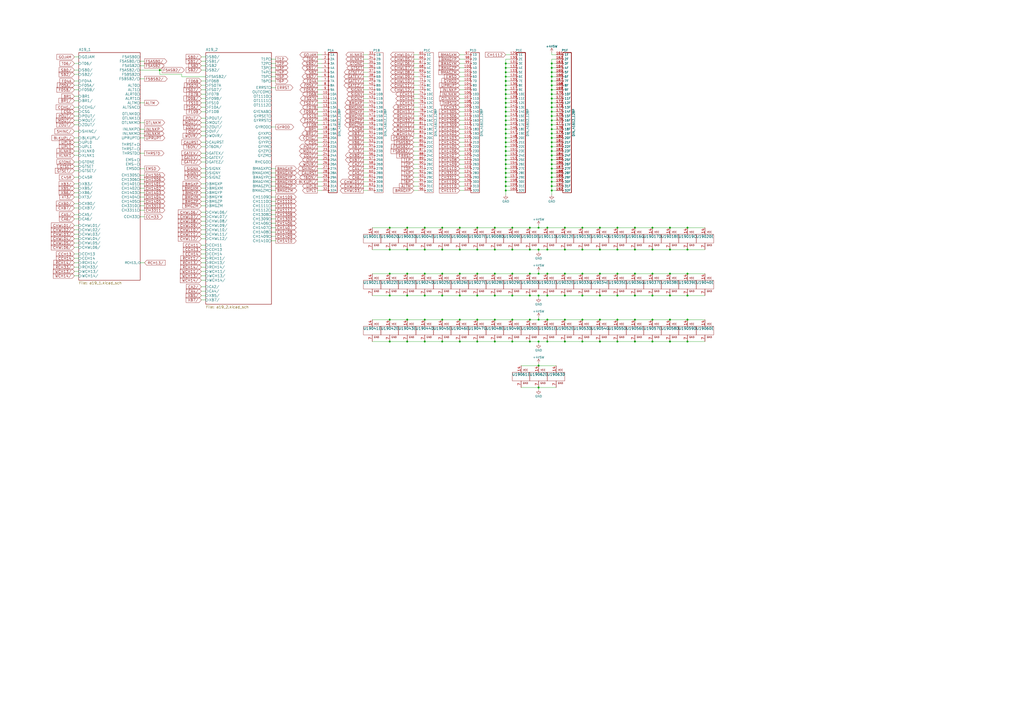
<source format=kicad_sch>
(kicad_sch (version 20211123) (generator eeschema)
  (paper "A2")
  (junction (at 256.54 185.42))
  (junction (at 320.04 54.61))
  (junction (at 327.66 171.45))
  (junction (at 312.42 158.75))
  (junction (at 293.37 44.45))
  (junction (at 320.04 49.53))
  (junction (at 337.82 158.75))
  (junction (at 327.66 185.42))
  (junction (at 293.37 82.55))
  (junction (at 293.37 57.15))
  (junction (at 378.46 132.08))
  (junction (at 293.37 49.53))
  (junction (at 266.7 158.75))
  (junction (at 226.06 158.75))
  (junction (at 320.04 107.95))
  (junction (at 320.04 44.45))
  (junction (at 293.37 110.49))
  (junction (at 320.04 90.17))
  (junction (at 226.06 132.08))
  (junction (at 317.5 185.42))
  (junction (at 236.22 132.08))
  (junction (at 358.14 171.45))
  (junction (at 337.82 198.12))
  (junction (at 398.78 171.45))
  (junction (at 317.5 158.75))
  (junction (at 320.04 100.33))
  (junction (at 246.38 132.08))
  (junction (at 327.66 132.08))
  (junction (at 347.98 185.42))
  (junction (at 378.46 158.75))
  (junction (at 337.82 144.78))
  (junction (at 368.3 158.75))
  (junction (at 226.06 185.42))
  (junction (at 307.34 171.45))
  (junction (at 236.22 158.75))
  (junction (at 398.78 198.12))
  (junction (at 347.98 198.12))
  (junction (at 312.42 171.45))
  (junction (at 388.62 144.78))
  (junction (at 320.04 110.49))
  (junction (at 266.7 185.42))
  (junction (at 293.37 59.69))
  (junction (at 337.82 171.45))
  (junction (at 320.04 64.77))
  (junction (at 320.04 87.63))
  (junction (at 327.66 144.78))
  (junction (at 226.06 171.45))
  (junction (at 293.37 107.95))
  (junction (at 358.14 132.08))
  (junction (at 347.98 144.78))
  (junction (at 297.18 198.12))
  (junction (at 287.02 132.08))
  (junction (at 337.82 185.42))
  (junction (at 246.38 198.12))
  (junction (at 307.34 132.08))
  (junction (at 307.34 144.78))
  (junction (at 246.38 144.78))
  (junction (at 320.04 59.69))
  (junction (at 246.38 185.42))
  (junction (at 297.18 144.78))
  (junction (at 256.54 144.78))
  (junction (at 320.04 92.71))
  (junction (at 368.3 185.42))
  (junction (at 293.37 102.87))
  (junction (at 293.37 36.83))
  (junction (at 246.38 158.75))
  (junction (at 293.37 97.79))
  (junction (at 368.3 132.08))
  (junction (at 317.5 198.12))
  (junction (at 312.42 224.79))
  (junction (at 307.34 185.42))
  (junction (at 266.7 198.12))
  (junction (at 256.54 171.45))
  (junction (at 307.34 158.75))
  (junction (at 347.98 132.08))
  (junction (at 293.37 39.37))
  (junction (at 256.54 132.08))
  (junction (at 347.98 171.45))
  (junction (at 378.46 171.45))
  (junction (at 236.22 198.12))
  (junction (at 287.02 198.12))
  (junction (at 388.62 198.12))
  (junction (at 398.78 185.42))
  (junction (at 293.37 80.01))
  (junction (at 293.37 72.39))
  (junction (at 388.62 171.45))
  (junction (at 293.37 69.85))
  (junction (at 256.54 198.12))
  (junction (at 317.5 144.78))
  (junction (at 320.04 46.99))
  (junction (at 312.42 198.12))
  (junction (at 266.7 171.45))
  (junction (at 293.37 105.41))
  (junction (at 320.04 80.01))
  (junction (at 368.3 144.78))
  (junction (at 378.46 198.12))
  (junction (at 287.02 185.42))
  (junction (at 287.02 171.45))
  (junction (at 312.42 132.08))
  (junction (at 388.62 132.08))
  (junction (at 226.06 144.78))
  (junction (at 320.04 72.39))
  (junction (at 320.04 39.37))
  (junction (at 293.37 64.77))
  (junction (at 297.18 158.75))
  (junction (at 287.02 144.78))
  (junction (at 276.86 158.75))
  (junction (at 320.04 77.47))
  (junction (at 347.98 158.75))
  (junction (at 276.86 132.08))
  (junction (at 320.04 62.23))
  (junction (at 293.37 90.17))
  (junction (at 398.78 132.08))
  (junction (at 320.04 36.83))
  (junction (at 320.04 105.41))
  (junction (at 320.04 67.31))
  (junction (at 327.66 158.75))
  (junction (at 320.04 57.15))
  (junction (at 327.66 198.12))
  (junction (at 378.46 144.78))
  (junction (at 312.42 212.09))
  (junction (at 337.82 132.08))
  (junction (at 293.37 46.99))
  (junction (at 236.22 144.78))
  (junction (at 293.37 77.47))
  (junction (at 320.04 52.07))
  (junction (at 317.5 171.45))
  (junction (at 312.42 185.42))
  (junction (at 236.22 185.42))
  (junction (at 320.04 97.79))
  (junction (at 293.37 87.63))
  (junction (at 320.04 102.87))
  (junction (at 92.71 40.64))
  (junction (at 358.14 158.75))
  (junction (at 320.04 74.93))
  (junction (at 293.37 62.23))
  (junction (at 320.04 69.85))
  (junction (at 320.04 95.25))
  (junction (at 297.18 171.45))
  (junction (at 317.5 132.08))
  (junction (at 398.78 144.78))
  (junction (at 266.7 144.78))
  (junction (at 293.37 85.09))
  (junction (at 226.06 198.12))
  (junction (at 256.54 158.75))
  (junction (at 246.38 171.45))
  (junction (at 293.37 52.07))
  (junction (at 266.7 132.08))
  (junction (at 398.78 158.75))
  (junction (at 293.37 54.61))
  (junction (at 293.37 100.33))
  (junction (at 358.14 198.12))
  (junction (at 368.3 171.45))
  (junction (at 276.86 198.12))
  (junction (at 276.86 185.42))
  (junction (at 388.62 158.75))
  (junction (at 378.46 185.42))
  (junction (at 307.34 198.12))
  (junction (at 236.22 171.45))
  (junction (at 368.3 198.12))
  (junction (at 293.37 95.25))
  (junction (at 297.18 132.08))
  (junction (at 293.37 41.91))
  (junction (at 388.62 185.42))
  (junction (at 293.37 92.71))
  (junction (at 287.02 158.75))
  (junction (at 293.37 74.93))
  (junction (at 312.42 144.78))
  (junction (at 320.04 85.09))
  (junction (at 276.86 171.45))
  (junction (at 297.18 185.42))
  (junction (at 276.86 144.78))
  (junction (at 320.04 41.91))
  (junction (at 358.14 144.78))
  (junction (at 320.04 82.55))
  (junction (at 293.37 67.31))
  (junction (at 358.14 185.42))
  (wire (pts (xy 320.04 54.61) (xy 322.58 54.61)))
  (wire (pts (xy 242.57 82.55) (xy 240.03 82.55)))
  (wire (pts (xy 119.38 166.37) (xy 116.84 166.37)))
  (wire (pts (xy 297.18 132.08) (xy 307.34 132.08)))
  (wire (pts (xy 242.57 95.25) (xy 240.03 95.25)))
  (wire (pts (xy 293.37 95.25) (xy 293.37 97.79)))
  (wire (pts (xy 293.37 85.09) (xy 295.91 85.09)))
  (wire (pts (xy 368.3 185.42) (xy 378.46 185.42)))
  (wire (pts (xy 213.36 90.17) (xy 210.82 90.17)))
  (wire (pts (xy 119.38 46.99) (xy 116.84 46.99)))
  (wire (pts (xy 269.24 97.79) (xy 266.7 97.79)))
  (wire (pts (xy 293.37 77.47) (xy 293.37 80.01)))
  (wire (pts (xy 119.38 138.43) (xy 116.84 138.43)))
  (wire (pts (xy 312.42 185.42) (xy 317.5 185.42)))
  (wire (pts (xy 398.78 132.08) (xy 408.94 132.08)))
  (wire (pts (xy 119.38 62.23) (xy 116.84 62.23)))
  (wire (pts (xy 378.46 144.78) (xy 388.62 144.78)))
  (wire (pts (xy 320.04 107.95) (xy 322.58 107.95)))
  (wire (pts (xy 293.37 97.79) (xy 295.91 97.79)))
  (wire (pts (xy 347.98 158.75) (xy 358.14 158.75)))
  (wire (pts (xy 242.57 92.71) (xy 240.03 92.71)))
  (wire (pts (xy 242.57 54.61) (xy 240.03 54.61)))
  (wire (pts (xy 327.66 158.75) (xy 337.82 158.75)))
  (wire (pts (xy 157.48 46.99) (xy 160.02 46.99)))
  (wire (pts (xy 226.06 132.08) (xy 236.22 132.08)))
  (wire (pts (xy 293.37 52.07) (xy 295.91 52.07)))
  (wire (pts (xy 320.04 62.23) (xy 320.04 64.77)))
  (wire (pts (xy 213.36 57.15) (xy 210.82 57.15)))
  (wire (pts (xy 242.57 31.75) (xy 240.03 31.75)))
  (wire (pts (xy 337.82 132.08) (xy 347.98 132.08)))
  (wire (pts (xy 157.48 139.7) (xy 160.02 139.7)))
  (wire (pts (xy 213.36 69.85) (xy 210.82 69.85)))
  (wire (pts (xy 186.69 80.01) (xy 184.15 80.01)))
  (wire (pts (xy 368.3 171.45) (xy 378.46 171.45)))
  (wire (pts (xy 119.38 78.74) (xy 116.84 78.74)))
  (wire (pts (xy 347.98 144.78) (xy 358.14 144.78)))
  (wire (pts (xy 45.72 40.64) (xy 43.18 40.64)))
  (wire (pts (xy 320.04 72.39) (xy 320.04 74.93)))
  (wire (pts (xy 81.28 71.12) (xy 83.82 71.12)))
  (wire (pts (xy 320.04 72.39) (xy 322.58 72.39)))
  (wire (pts (xy 186.69 44.45) (xy 184.15 44.45)))
  (wire (pts (xy 186.69 36.83) (xy 184.15 36.83)))
  (wire (pts (xy 45.72 111.76) (xy 43.18 111.76)))
  (wire (pts (xy 45.72 135.89) (xy 43.18 135.89)))
  (wire (pts (xy 378.46 158.75) (xy 388.62 158.75)))
  (wire (pts (xy 242.57 46.99) (xy 240.03 46.99)))
  (wire (pts (xy 45.72 72.39) (xy 43.18 72.39)))
  (wire (pts (xy 242.57 102.87) (xy 240.03 102.87)))
  (wire (pts (xy 398.78 158.75) (xy 408.94 158.75)))
  (wire (pts (xy 81.28 45.72) (xy 83.82 45.72)))
  (wire (pts (xy 157.48 39.37) (xy 160.02 39.37)))
  (wire (pts (xy 269.24 36.83) (xy 266.7 36.83)))
  (wire (pts (xy 213.36 105.41) (xy 210.82 105.41)))
  (wire (pts (xy 81.28 104.14) (xy 83.82 104.14)))
  (wire (pts (xy 213.36 74.93) (xy 210.82 74.93)))
  (wire (pts (xy 276.86 144.78) (xy 287.02 144.78)))
  (wire (pts (xy 242.57 69.85) (xy 240.03 69.85)))
  (wire (pts (xy 45.72 49.53) (xy 43.18 49.53)))
  (wire (pts (xy 105.41 43.18) (xy 105.41 44.45)))
  (wire (pts (xy 320.04 110.49) (xy 320.04 113.03)))
  (wire (pts (xy 388.62 144.78) (xy 398.78 144.78)))
  (wire (pts (xy 320.04 105.41) (xy 322.58 105.41)))
  (wire (pts (xy 293.37 36.83) (xy 293.37 39.37)))
  (wire (pts (xy 246.38 158.75) (xy 256.54 158.75)))
  (wire (pts (xy 398.78 171.45) (xy 408.94 171.45)))
  (wire (pts (xy 119.38 160.02) (xy 116.84 160.02)))
  (wire (pts (xy 293.37 59.69) (xy 295.91 59.69)))
  (wire (pts (xy 320.04 80.01) (xy 320.04 82.55)))
  (wire (pts (xy 45.72 130.81) (xy 43.18 130.81)))
  (wire (pts (xy 327.66 132.08) (xy 337.82 132.08)))
  (wire (pts (xy 293.37 36.83) (xy 295.91 36.83)))
  (wire (pts (xy 293.37 110.49) (xy 295.91 110.49)))
  (wire (pts (xy 256.54 158.75) (xy 266.7 158.75)))
  (wire (pts (xy 81.28 59.69) (xy 83.82 59.69)))
  (wire (pts (xy 213.36 102.87) (xy 210.82 102.87)))
  (wire (pts (xy 320.04 57.15) (xy 322.58 57.15)))
  (wire (pts (xy 293.37 67.31) (xy 295.91 67.31)))
  (wire (pts (xy 119.38 135.89) (xy 116.84 135.89)))
  (wire (pts (xy 119.38 88.9) (xy 116.84 88.9)))
  (wire (pts (xy 307.34 198.12) (xy 312.42 198.12)))
  (wire (pts (xy 119.38 162.56) (xy 116.84 162.56)))
  (wire (pts (xy 302.26 212.09) (xy 312.42 212.09)))
  (wire (pts (xy 81.28 121.92) (xy 83.82 121.92)))
  (wire (pts (xy 45.72 118.11) (xy 43.18 118.11)))
  (wire (pts (xy 297.18 185.42) (xy 307.34 185.42)))
  (wire (pts (xy 186.69 62.23) (xy 184.15 62.23)))
  (wire (pts (xy 157.48 107.95) (xy 160.02 107.95)))
  (wire (pts (xy 293.37 92.71) (xy 295.91 92.71)))
  (wire (pts (xy 269.24 85.09) (xy 266.7 85.09)))
  (wire (pts (xy 186.69 69.85) (xy 184.15 69.85)))
  (wire (pts (xy 119.38 149.86) (xy 116.84 149.86)))
  (wire (pts (xy 186.69 64.77) (xy 184.15 64.77)))
  (wire (pts (xy 320.04 41.91) (xy 322.58 41.91)))
  (wire (pts (xy 242.57 39.37) (xy 240.03 39.37)))
  (wire (pts (xy 242.57 110.49) (xy 240.03 110.49)))
  (wire (pts (xy 256.54 198.12) (xy 266.7 198.12)))
  (wire (pts (xy 119.38 123.19) (xy 116.84 123.19)))
  (wire (pts (xy 287.02 132.08) (xy 297.18 132.08)))
  (wire (pts (xy 157.48 36.83) (xy 160.02 36.83)))
  (wire (pts (xy 119.38 111.76) (xy 116.84 111.76)))
  (wire (pts (xy 297.18 158.75) (xy 307.34 158.75)))
  (wire (pts (xy 293.37 54.61) (xy 293.37 57.15)))
  (wire (pts (xy 293.37 90.17) (xy 293.37 92.71)))
  (wire (pts (xy 266.7 144.78) (xy 276.86 144.78)))
  (wire (pts (xy 266.7 198.12) (xy 276.86 198.12)))
  (wire (pts (xy 242.57 100.33) (xy 240.03 100.33)))
  (wire (pts (xy 81.28 88.9) (xy 83.82 88.9)))
  (wire (pts (xy 119.38 73.66) (xy 116.84 73.66)))
  (wire (pts (xy 119.38 168.91) (xy 116.84 168.91)))
  (wire (pts (xy 293.37 107.95) (xy 293.37 110.49)))
  (wire (pts (xy 213.36 49.53) (xy 210.82 49.53)))
  (wire (pts (xy 337.82 198.12) (xy 347.98 198.12)))
  (wire (pts (xy 45.72 58.42) (xy 43.18 58.42)))
  (wire (pts (xy 293.37 64.77) (xy 293.37 67.31)))
  (wire (pts (xy 213.36 46.99) (xy 210.82 46.99)))
  (wire (pts (xy 293.37 87.63) (xy 295.91 87.63)))
  (wire (pts (xy 293.37 77.47) (xy 295.91 77.47)))
  (wire (pts (xy 317.5 158.75) (xy 327.66 158.75)))
  (wire (pts (xy 213.36 64.77) (xy 210.82 64.77)))
  (wire (pts (xy 320.04 85.09) (xy 320.04 87.63)))
  (wire (pts (xy 226.06 185.42) (xy 236.22 185.42)))
  (wire (pts (xy 81.28 74.93) (xy 83.82 74.93)))
  (wire (pts (xy 287.02 144.78) (xy 297.18 144.78)))
  (wire (pts (xy 293.37 80.01) (xy 295.91 80.01)))
  (wire (pts (xy 293.37 110.49) (xy 293.37 113.03)))
  (wire (pts (xy 269.24 52.07) (xy 266.7 52.07)))
  (wire (pts (xy 242.57 87.63) (xy 240.03 87.63)))
  (wire (pts (xy 157.48 50.8) (xy 160.02 50.8)))
  (wire (pts (xy 186.69 85.09) (xy 184.15 85.09)))
  (wire (pts (xy 297.18 171.45) (xy 307.34 171.45)))
  (wire (pts (xy 119.38 152.4) (xy 116.84 152.4)))
  (wire (pts (xy 215.9 132.08) (xy 226.06 132.08)))
  (wire (pts (xy 242.57 64.77) (xy 240.03 64.77)))
  (wire (pts (xy 157.48 119.38) (xy 160.02 119.38)))
  (wire (pts (xy 269.24 102.87) (xy 266.7 102.87)))
  (wire (pts (xy 297.18 144.78) (xy 307.34 144.78)))
  (wire (pts (xy 157.48 116.84) (xy 160.02 116.84)))
  (wire (pts (xy 119.38 68.58) (xy 116.84 68.58)))
  (wire (pts (xy 293.37 44.45) (xy 293.37 46.99)))
  (wire (pts (xy 327.66 144.78) (xy 337.82 144.78)))
  (wire (pts (xy 320.04 77.47) (xy 320.04 80.01)))
  (wire (pts (xy 242.57 36.83) (xy 240.03 36.83)))
  (wire (pts (xy 213.36 44.45) (xy 210.82 44.45)))
  (wire (pts (xy 269.24 110.49) (xy 266.7 110.49)))
  (wire (pts (xy 320.04 80.01) (xy 322.58 80.01)))
  (wire (pts (xy 242.57 85.09) (xy 240.03 85.09)))
  (wire (pts (xy 81.28 106.68) (xy 83.82 106.68)))
  (wire (pts (xy 293.37 49.53) (xy 295.91 49.53)))
  (wire (pts (xy 320.04 49.53) (xy 322.58 49.53)))
  (wire (pts (xy 213.36 67.31) (xy 210.82 67.31)))
  (wire (pts (xy 269.24 92.71) (xy 266.7 92.71)))
  (wire (pts (xy 213.36 97.79) (xy 210.82 97.79)))
  (wire (pts (xy 157.48 44.45) (xy 160.02 44.45)))
  (wire (pts (xy 119.38 49.53) (xy 116.84 49.53)))
  (wire (pts (xy 186.69 100.33) (xy 184.15 100.33)))
  (wire (pts (xy 276.86 171.45) (xy 287.02 171.45)))
  (wire (pts (xy 293.37 97.79) (xy 293.37 100.33)))
  (wire (pts (xy 347.98 132.08) (xy 358.14 132.08)))
  (wire (pts (xy 312.42 158.75) (xy 317.5 158.75)))
  (wire (pts (xy 320.04 102.87) (xy 322.58 102.87)))
  (wire (pts (xy 368.3 132.08) (xy 378.46 132.08)))
  (wire (pts (xy 320.04 95.25) (xy 320.04 97.79)))
  (wire (pts (xy 119.38 109.22) (xy 116.84 109.22)))
  (wire (pts (xy 320.04 67.31) (xy 322.58 67.31)))
  (wire (pts (xy 320.04 69.85) (xy 322.58 69.85)))
  (wire (pts (xy 293.37 59.69) (xy 293.37 62.23)))
  (wire (pts (xy 81.28 35.56) (xy 83.82 35.56)))
  (wire (pts (xy 276.86 198.12) (xy 287.02 198.12)))
  (wire (pts (xy 297.18 198.12) (xy 307.34 198.12)))
  (wire (pts (xy 242.57 74.93) (xy 240.03 74.93)))
  (wire (pts (xy 327.66 185.42) (xy 337.82 185.42)))
  (wire (pts (xy 293.37 46.99) (xy 293.37 49.53)))
  (wire (pts (xy 320.04 59.69) (xy 322.58 59.69)))
  (wire (pts (xy 378.46 132.08) (xy 388.62 132.08)))
  (wire (pts (xy 287.02 158.75) (xy 297.18 158.75)))
  (wire (pts (xy 242.57 44.45) (xy 240.03 44.45)))
  (wire (pts (xy 119.38 142.24) (xy 116.84 142.24)))
  (wire (pts (xy 157.48 134.62) (xy 160.02 134.62)))
  (wire (pts (xy 388.62 198.12) (xy 398.78 198.12)))
  (wire (pts (xy 226.06 158.75) (xy 236.22 158.75)))
  (wire (pts (xy 157.48 110.49) (xy 160.02 110.49)))
  (wire (pts (xy 215.9 171.45) (xy 226.06 171.45)))
  (wire (pts (xy 358.14 158.75) (xy 368.3 158.75)))
  (wire (pts (xy 293.37 82.55) (xy 293.37 85.09)))
  (wire (pts (xy 368.3 198.12) (xy 378.46 198.12)))
  (wire (pts (xy 320.04 31.75) (xy 320.04 30.48)))
  (wire (pts (xy 45.72 160.02) (xy 43.18 160.02)))
  (wire (pts (xy 312.42 144.78) (xy 317.5 144.78)))
  (wire (pts (xy 307.34 132.08) (xy 312.42 132.08)))
  (wire (pts (xy 119.38 64.77) (xy 116.84 64.77)))
  (wire (pts (xy 276.86 132.08) (xy 287.02 132.08)))
  (wire (pts (xy 269.24 59.69) (xy 266.7 59.69)))
  (wire (pts (xy 45.72 55.88) (xy 43.18 55.88)))
  (wire (pts (xy 269.24 34.29) (xy 266.7 34.29)))
  (wire (pts (xy 287.02 185.42) (xy 297.18 185.42)))
  (wire (pts (xy 45.72 87.63) (xy 43.18 87.63)))
  (wire (pts (xy 302.26 224.79) (xy 312.42 224.79)))
  (wire (pts (xy 266.7 185.42) (xy 276.86 185.42)))
  (wire (pts (xy 320.04 74.93) (xy 320.04 77.47)))
  (wire (pts (xy 317.5 132.08) (xy 327.66 132.08)))
  (wire (pts (xy 119.38 157.48) (xy 116.84 157.48)))
  (wire (pts (xy 213.36 34.29) (xy 210.82 34.29)))
  (wire (pts (xy 45.72 114.3) (xy 43.18 114.3)))
  (wire (pts (xy 293.37 41.91) (xy 293.37 44.45)))
  (wire (pts (xy 317.5 185.42) (xy 327.66 185.42)))
  (wire (pts (xy 186.69 105.41) (xy 184.15 105.41)))
  (wire (pts (xy 293.37 52.07) (xy 293.37 54.61)))
  (wire (pts (xy 269.24 67.31) (xy 266.7 67.31)))
  (wire (pts (xy 320.04 46.99) (xy 320.04 49.53)))
  (wire (pts (xy 358.14 185.42) (xy 368.3 185.42)))
  (wire (pts (xy 236.22 198.12) (xy 246.38 198.12)))
  (wire (pts (xy 358.14 132.08) (xy 368.3 132.08)))
  (wire (pts (xy 347.98 198.12) (xy 358.14 198.12)))
  (wire (pts (xy 186.69 39.37) (xy 184.15 39.37)))
  (wire (pts (xy 388.62 185.42) (xy 398.78 185.42)))
  (wire (pts (xy 242.57 49.53) (xy 240.03 49.53)))
  (wire (pts (xy 293.37 34.29) (xy 293.37 36.83)))
  (wire (pts (xy 45.72 80.01) (xy 43.18 80.01)))
  (wire (pts (xy 312.42 157.48) (xy 312.42 158.75)))
  (wire (pts (xy 269.24 44.45) (xy 266.7 44.45)))
  (wire (pts (xy 105.41 44.45) (xy 119.38 44.45)))
  (wire (pts (xy 81.28 119.38) (xy 83.82 119.38)))
  (wire (pts (xy 320.04 82.55) (xy 320.04 85.09)))
  (wire (pts (xy 119.38 38.1) (xy 116.84 38.1)))
  (wire (pts (xy 293.37 100.33) (xy 293.37 102.87)))
  (wire (pts (xy 378.46 185.42) (xy 388.62 185.42)))
  (wire (pts (xy 256.54 171.45) (xy 266.7 171.45)))
  (wire (pts (xy 269.24 31.75) (xy 266.7 31.75)))
  (wire (pts (xy 45.72 52.07) (xy 43.18 52.07)))
  (wire (pts (xy 45.72 67.31) (xy 43.18 67.31)))
  (wire (pts (xy 213.36 82.55) (xy 210.82 82.55)))
  (wire (pts (xy 320.04 64.77) (xy 320.04 67.31)))
  (wire (pts (xy 293.37 102.87) (xy 295.91 102.87)))
  (wire (pts (xy 293.37 67.31) (xy 293.37 69.85)))
  (wire (pts (xy 269.24 57.15) (xy 266.7 57.15)))
  (wire (pts (xy 269.24 107.95) (xy 266.7 107.95)))
  (wire (pts (xy 388.62 171.45) (xy 398.78 171.45)))
  (wire (pts (xy 293.37 95.25) (xy 295.91 95.25)))
  (wire (pts (xy 307.34 158.75) (xy 312.42 158.75)))
  (wire (pts (xy 186.69 110.49) (xy 184.15 110.49)))
  (wire (pts (xy 242.57 62.23) (xy 240.03 62.23)))
  (wire (pts (xy 287.02 198.12) (xy 297.18 198.12)))
  (wire (pts (xy 312.42 130.81) (xy 312.42 132.08)))
  (wire (pts (xy 45.72 120.65) (xy 43.18 120.65)))
  (wire (pts (xy 119.38 76.2) (xy 116.84 76.2)))
  (wire (pts (xy 320.04 44.45) (xy 322.58 44.45)))
  (wire (pts (xy 92.71 40.64) (xy 92.71 43.18)))
  (wire (pts (xy 242.57 34.29) (xy 240.03 34.29)))
  (wire (pts (xy 119.38 116.84) (xy 116.84 116.84)))
  (wire (pts (xy 269.24 54.61) (xy 266.7 54.61)))
  (wire (pts (xy 293.37 62.23) (xy 293.37 64.77)))
  (wire (pts (xy 45.72 102.87) (xy 43.18 102.87)))
  (wire (pts (xy 157.48 137.16) (xy 160.02 137.16)))
  (wire (pts (xy 45.72 69.85) (xy 43.18 69.85)))
  (wire (pts (xy 337.82 144.78) (xy 347.98 144.78)))
  (wire (pts (xy 293.37 64.77) (xy 295.91 64.77)))
  (wire (pts (xy 269.24 82.55) (xy 266.7 82.55)))
  (wire (pts (xy 327.66 171.45) (xy 337.82 171.45)))
  (wire (pts (xy 81.28 152.4) (xy 83.82 152.4)))
  (wire (pts (xy 119.38 102.87) (xy 116.84 102.87)))
  (wire (pts (xy 242.57 80.01) (xy 240.03 80.01)))
  (wire (pts (xy 45.72 138.43) (xy 43.18 138.43)))
  (wire (pts (xy 312.42 198.12) (xy 312.42 199.39)))
  (wire (pts (xy 186.69 34.29) (xy 184.15 34.29)))
  (wire (pts (xy 320.04 46.99) (xy 322.58 46.99)))
  (wire (pts (xy 320.04 102.87) (xy 320.04 105.41)))
  (wire (pts (xy 320.04 34.29) (xy 320.04 36.83)))
  (wire (pts (xy 312.42 224.79) (xy 322.58 224.79)))
  (wire (pts (xy 119.38 85.09) (xy 116.84 85.09)))
  (wire (pts (xy 215.9 198.12) (xy 226.06 198.12)))
  (wire (pts (xy 398.78 144.78) (xy 408.94 144.78)))
  (wire (pts (xy 320.04 49.53) (xy 320.04 52.07)))
  (wire (pts (xy 242.57 59.69) (xy 240.03 59.69)))
  (wire (pts (xy 312.42 171.45) (xy 317.5 171.45)))
  (wire (pts (xy 186.69 97.79) (xy 184.15 97.79)))
  (wire (pts (xy 337.82 185.42) (xy 347.98 185.42)))
  (wire (pts (xy 293.37 54.61) (xy 295.91 54.61)))
  (wire (pts (xy 293.37 92.71) (xy 293.37 95.25)))
  (wire (pts (xy 269.24 62.23) (xy 266.7 62.23)))
  (wire (pts (xy 213.36 77.47) (xy 210.82 77.47)))
  (wire (pts (xy 388.62 132.08) (xy 398.78 132.08)))
  (wire (pts (xy 157.48 124.46) (xy 160.02 124.46)))
  (wire (pts (xy 293.37 69.85) (xy 293.37 72.39)))
  (wire (pts (xy 45.72 96.52) (xy 43.18 96.52)))
  (wire (pts (xy 246.38 132.08) (xy 256.54 132.08)))
  (wire (pts (xy 276.86 158.75) (xy 287.02 158.75)))
  (wire (pts (xy 119.38 91.44) (xy 116.84 91.44)))
  (wire (pts (xy 320.04 52.07) (xy 320.04 54.61)))
  (wire (pts (xy 287.02 171.45) (xy 297.18 171.45)))
  (wire (pts (xy 186.69 41.91) (xy 184.15 41.91)))
  (wire (pts (xy 213.36 59.69) (xy 210.82 59.69)))
  (wire (pts (xy 215.9 158.75) (xy 226.06 158.75)))
  (wire (pts (xy 119.38 144.78) (xy 116.84 144.78)))
  (wire (pts (xy 293.37 57.15) (xy 293.37 59.69)))
  (wire (pts (xy 157.48 73.66) (xy 160.02 73.66)))
  (wire (pts (xy 45.72 85.09) (xy 43.18 85.09)))
  (wire (pts (xy 81.28 97.79) (xy 83.82 97.79)))
  (wire (pts (xy 119.38 119.38) (xy 116.84 119.38)))
  (wire (pts (xy 276.86 185.42) (xy 287.02 185.42)))
  (wire (pts (xy 45.72 109.22) (xy 43.18 109.22)))
  (wire (pts (xy 293.37 107.95) (xy 295.91 107.95)))
  (wire (pts (xy 320.04 85.09) (xy 322.58 85.09)))
  (wire (pts (xy 213.36 52.07) (xy 210.82 52.07)))
  (wire (pts (xy 157.48 114.3) (xy 160.02 114.3)))
  (wire (pts (xy 320.04 64.77) (xy 322.58 64.77)))
  (wire (pts (xy 119.38 130.81) (xy 116.84 130.81)))
  (wire (pts (xy 226.06 198.12) (xy 236.22 198.12)))
  (wire (pts (xy 45.72 124.46) (xy 43.18 124.46)))
  (wire (pts (xy 236.22 185.42) (xy 246.38 185.42)))
  (wire (pts (xy 45.72 46.99) (xy 43.18 46.99)))
  (wire (pts (xy 213.36 54.61) (xy 210.82 54.61)))
  (wire (pts (xy 186.69 77.47) (xy 184.15 77.47)))
  (wire (pts (xy 186.69 31.75) (xy 184.15 31.75)))
  (wire (pts (xy 81.28 80.01) (xy 83.82 80.01)))
  (wire (pts (xy 157.48 132.08) (xy 160.02 132.08)))
  (wire (pts (xy 269.24 95.25) (xy 266.7 95.25)))
  (wire (pts (xy 186.69 74.93) (xy 184.15 74.93)))
  (wire (pts (xy 213.36 41.91) (xy 210.82 41.91)))
  (wire (pts (xy 320.04 95.25) (xy 322.58 95.25)))
  (wire (pts (xy 45.72 106.68) (xy 43.18 106.68)))
  (wire (pts (xy 320.04 77.47) (xy 322.58 77.47)))
  (wire (pts (xy 213.36 92.71) (xy 210.82 92.71)))
  (wire (pts (xy 322.58 31.75) (xy 320.04 31.75)))
  (wire (pts (xy 293.37 100.33) (xy 295.91 100.33)))
  (wire (pts (xy 226.06 144.78) (xy 236.22 144.78)))
  (wire (pts (xy 157.48 121.92) (xy 160.02 121.92)))
  (wire (pts (xy 320.04 87.63) (xy 322.58 87.63)))
  (wire (pts (xy 368.3 158.75) (xy 378.46 158.75)))
  (wire (pts (xy 92.71 40.64) (xy 93.98 40.64)))
  (wire (pts (xy 242.57 67.31) (xy 240.03 67.31)))
  (wire (pts (xy 293.37 39.37) (xy 293.37 41.91)))
  (wire (pts (xy 213.36 87.63) (xy 210.82 87.63)))
  (wire (pts (xy 81.28 114.3) (xy 83.82 114.3)))
  (wire (pts (xy 269.24 74.93) (xy 266.7 74.93)))
  (wire (pts (xy 119.38 57.15) (xy 116.84 57.15)))
  (wire (pts (xy 157.48 100.33) (xy 160.02 100.33)))
  (wire (pts (xy 246.38 144.78) (xy 256.54 144.78)))
  (wire (pts (xy 186.69 102.87) (xy 184.15 102.87)))
  (wire (pts (xy 312.42 210.82) (xy 312.42 212.09)))
  (wire (pts (xy 269.24 46.99) (xy 266.7 46.99)))
  (wire (pts (xy 293.37 102.87) (xy 293.37 105.41)))
  (wire (pts (xy 266.7 132.08) (xy 276.86 132.08)))
  (wire (pts (xy 317.5 144.78) (xy 327.66 144.78)))
  (wire (pts (xy 242.57 107.95) (xy 240.03 107.95)))
  (wire (pts (xy 236.22 144.78) (xy 246.38 144.78)))
  (wire (pts (xy 186.69 107.95) (xy 184.15 107.95)))
  (wire (pts (xy 186.69 87.63) (xy 184.15 87.63)))
  (wire (pts (xy 119.38 54.61) (xy 116.84 54.61)))
  (wire (pts (xy 295.91 31.75) (xy 293.37 31.75)))
  (wire (pts (xy 242.57 105.41) (xy 240.03 105.41)))
  (wire (pts (xy 293.37 74.93) (xy 295.91 74.93)))
  (wire (pts (xy 320.04 92.71) (xy 320.04 95.25)))
  (wire (pts (xy 45.72 99.06) (xy 43.18 99.06)))
  (wire (pts (xy 213.36 110.49) (xy 210.82 110.49)))
  (wire (pts (xy 119.38 59.69) (xy 116.84 59.69)))
  (wire (pts (xy 320.04 54.61) (xy 320.04 57.15)))
  (wire (pts (xy 119.38 173.99) (xy 116.84 173.99)))
  (wire (pts (xy 320.04 59.69) (xy 320.04 62.23)))
  (wire (pts (xy 242.57 72.39) (xy 240.03 72.39)))
  (wire (pts (xy 307.34 171.45) (xy 312.42 171.45)))
  (wire (pts (xy 293.37 87.63) (xy 293.37 90.17)))
  (wire (pts (xy 269.24 87.63) (xy 266.7 87.63)))
  (wire (pts (xy 317.5 171.45) (xy 327.66 171.45)))
  (wire (pts (xy 266.7 171.45) (xy 276.86 171.45)))
  (wire (pts (xy 119.38 154.94) (xy 116.84 154.94)))
  (wire (pts (xy 398.78 198.12) (xy 408.94 198.12)))
  (wire (pts (xy 320.04 100.33) (xy 322.58 100.33)))
  (wire (pts (xy 45.72 36.83) (xy 43.18 36.83)))
  (wire (pts (xy 119.38 106.68) (xy 116.84 106.68)))
  (wire (pts (xy 293.37 80.01) (xy 293.37 82.55)))
  (wire (pts (xy 320.04 74.93) (xy 322.58 74.93)))
  (wire (pts (xy 119.38 93.98) (xy 116.84 93.98)))
  (wire (pts (xy 213.36 85.09) (xy 210.82 85.09)))
  (wire (pts (xy 312.42 171.45) (xy 312.42 172.72)))
  (wire (pts (xy 45.72 62.23) (xy 43.18 62.23)))
  (wire (pts (xy 312.42 132.08) (xy 317.5 132.08)))
  (wire (pts (xy 242.57 52.07) (xy 240.03 52.07)))
  (wire (pts (xy 157.48 34.29) (xy 160.02 34.29)))
  (wire (pts (xy 320.04 97.79) (xy 320.04 100.33)))
  (wire (pts (xy 293.37 39.37) (xy 295.91 39.37)))
  (wire (pts (xy 312.42 184.15) (xy 312.42 185.42)))
  (wire (pts (xy 293.37 62.23) (xy 295.91 62.23)))
  (wire (pts (xy 45.72 143.51) (xy 43.18 143.51)))
  (wire (pts (xy 322.58 36.83) (xy 320.04 36.83)))
  (wire (pts (xy 307.34 185.42) (xy 312.42 185.42)))
  (wire (pts (xy 119.38 171.45) (xy 116.84 171.45)))
  (wire (pts (xy 246.38 171.45) (xy 256.54 171.45)))
  (wire (pts (xy 320.04 100.33) (xy 320.04 102.87)))
  (wire (pts (xy 45.72 82.55) (xy 43.18 82.55)))
  (wire (pts (xy 293.37 44.45) (xy 295.91 44.45)))
  (wire (pts (xy 45.72 43.18) (xy 43.18 43.18)))
  (wire (pts (xy 242.57 97.79) (xy 240.03 97.79)))
  (wire (pts (xy 256.54 132.08) (xy 266.7 132.08)))
  (wire (pts (xy 81.28 77.47) (xy 83.82 77.47)))
  (wire (pts (xy 256.54 185.42) (xy 266.7 185.42)))
  (wire (pts (xy 45.72 93.98) (xy 43.18 93.98)))
  (wire (pts (xy 236.22 171.45) (xy 246.38 171.45)))
  (wire (pts (xy 398.78 185.42) (xy 408.94 185.42)))
  (wire (pts (xy 378.46 171.45) (xy 388.62 171.45)))
  (wire (pts (xy 312.42 144.78) (xy 312.42 146.05)))
  (wire (pts (xy 119.38 133.35) (xy 116.84 133.35)))
  (wire (pts (xy 269.24 80.01) (xy 266.7 80.01)))
  (wire (pts (xy 119.38 97.79) (xy 116.84 97.79)))
  (wire (pts (xy 213.36 31.75) (xy 210.82 31.75)))
  (wire (pts (xy 186.69 67.31) (xy 184.15 67.31)))
  (wire (pts (xy 81.28 109.22) (xy 83.82 109.22)))
  (wire (pts (xy 213.36 95.25) (xy 210.82 95.25)))
  (wire (pts (xy 269.24 90.17) (xy 266.7 90.17)))
  (wire (pts (xy 293.37 46.99) (xy 295.91 46.99)))
  (wire (pts (xy 236.22 158.75) (xy 246.38 158.75)))
  (wire (pts (xy 307.34 144.78) (xy 312.42 144.78)))
  (wire (pts (xy 81.28 40.64) (xy 92.71 40.64)))
  (wire (pts (xy 119.38 125.73) (xy 116.84 125.73)))
  (wire (pts (xy 242.57 57.15) (xy 240.03 57.15)))
  (wire (pts (xy 269.24 64.77) (xy 266.7 64.77)))
  (wire (pts (xy 45.72 149.86) (xy 43.18 149.86)))
  (wire (pts (xy 186.69 49.53) (xy 184.15 49.53)))
  (wire (pts (xy 293.37 41.91) (xy 295.91 41.91)))
  (wire (pts (xy 293.37 90.17) (xy 295.91 90.17)))
  (wire (pts (xy 45.72 64.77) (xy 43.18 64.77)))
  (wire (pts (xy 320.04 87.63) (xy 320.04 90.17)))
  (wire (pts (xy 119.38 40.64) (xy 116.84 40.64)))
  (wire (pts (xy 186.69 46.99) (xy 184.15 46.99)))
  (wire (pts (xy 320.04 52.07) (xy 322.58 52.07)))
  (wire (pts (xy 45.72 154.94) (xy 43.18 154.94)))
  (wire (pts (xy 45.72 133.35) (xy 43.18 133.35)))
  (wire (pts (xy 157.48 41.91) (xy 160.02 41.91)))
  (wire (pts (xy 45.72 90.17) (xy 43.18 90.17)))
  (wire (pts (xy 246.38 198.12) (xy 256.54 198.12)))
  (wire (pts (xy 186.69 92.71) (xy 184.15 92.71)))
  (wire (pts (xy 242.57 77.47) (xy 240.03 77.47)))
  (wire (pts (xy 119.38 100.33) (xy 116.84 100.33)))
  (wire (pts (xy 119.38 33.02) (xy 116.84 33.02)))
  (wire (pts (xy 293.37 85.09) (xy 293.37 87.63)))
  (wire (pts (xy 269.24 100.33) (xy 266.7 100.33)))
  (wire (pts (xy 320.04 92.71) (xy 322.58 92.71)))
  (wire (pts (xy 119.38 82.55) (xy 116.84 82.55)))
  (wire (pts (xy 45.72 140.97) (xy 43.18 140.97)))
  (wire (pts (xy 320.04 105.41) (xy 320.04 107.95)))
  (wire (pts (xy 119.38 128.27) (xy 116.84 128.27)))
  (wire (pts (xy 293.37 69.85) (xy 295.91 69.85)))
  (wire (pts (xy 293.37 57.15) (xy 295.91 57.15)))
  (wire (pts (xy 157.48 97.79) (xy 160.02 97.79)))
  (wire (pts (xy 293.37 49.53) (xy 293.37 52.07)))
  (wire (pts (xy 368.3 144.78) (xy 378.46 144.78)))
  (wire (pts (xy 186.69 72.39) (xy 184.15 72.39)))
  (wire (pts (xy 347.98 185.42) (xy 358.14 185.42)))
  (wire (pts (xy 320.04 110.49) (xy 322.58 110.49)))
  (wire (pts (xy 215.9 144.78) (xy 226.06 144.78)))
  (wire (pts (xy 320.04 67.31) (xy 320.04 69.85)))
  (wire (pts (xy 269.24 105.41) (xy 266.7 105.41)))
  (wire (pts (xy 186.69 57.15) (xy 184.15 57.15)))
  (wire (pts (xy 358.14 198.12) (xy 368.3 198.12)))
  (wire (pts (xy 269.24 39.37) (xy 266.7 39.37)))
  (wire (pts (xy 119.38 52.07) (xy 116.84 52.07)))
  (wire (pts (xy 293.37 105.41) (xy 295.91 105.41)))
  (wire (pts (xy 269.24 49.53) (xy 266.7 49.53)))
  (wire (pts (xy 45.72 33.02) (xy 43.18 33.02)))
  (wire (pts (xy 186.69 54.61) (xy 184.15 54.61)))
  (wire (pts (xy 322.58 34.29) (xy 320.04 34.29)))
  (wire (pts (xy 358.14 171.45) (xy 368.3 171.45)))
  (wire (pts (xy 320.04 107.95) (xy 320.04 110.49)))
  (wire (pts (xy 378.46 198.12) (xy 388.62 198.12)))
  (wire (pts (xy 119.38 35.56) (xy 116.84 35.56)))
  (wire (pts (xy 45.72 157.48) (xy 43.18 157.48)))
  (wire (pts (xy 186.69 90.17) (xy 184.15 90.17)))
  (wire (pts (xy 337.82 171.45) (xy 347.98 171.45)))
  (wire (pts (xy 236.22 132.08) (xy 246.38 132.08)))
  (wire (pts (xy 312.42 224.79) (xy 312.42 226.06)))
  (wire (pts (xy 388.62 158.75) (xy 398.78 158.75)))
  (wire (pts (xy 81.28 116.84) (xy 83.82 116.84)))
  (wire (pts (xy 157.48 102.87) (xy 160.02 102.87)))
  (wire (pts (xy 92.71 43.18) (xy 105.41 43.18)))
  (wire (pts (xy 337.82 158.75) (xy 347.98 158.75)))
  (wire (pts (xy 213.36 36.83) (xy 210.82 36.83)))
  (wire (pts (xy 81.28 111.76) (xy 83.82 111.76)))
  (wire (pts (xy 186.69 59.69) (xy 184.15 59.69)))
  (wire (pts (xy 293.37 72.39) (xy 295.91 72.39)))
  (wire (pts (xy 320.04 39.37) (xy 320.04 41.91)))
  (wire (pts (xy 320.04 41.91) (xy 320.04 44.45)))
  (wire (pts (xy 242.57 41.91) (xy 240.03 41.91)))
  (wire (pts (xy 186.69 95.25) (xy 184.15 95.25)))
  (wire (pts (xy 293.37 82.55) (xy 295.91 82.55)))
  (wire (pts (xy 186.69 52.07) (xy 184.15 52.07)))
  (wire (pts (xy 242.57 90.17) (xy 240.03 90.17)))
  (wire (pts (xy 269.24 77.47) (xy 266.7 77.47)))
  (wire (pts (xy 358.14 144.78) (xy 368.3 144.78)))
  (wire (pts (xy 295.91 34.29) (xy 293.37 34.29)))
  (wire (pts (xy 256.54 144.78) (xy 266.7 144.78)))
  (wire (pts (xy 45.72 76.2) (xy 43.18 76.2)))
  (wire (pts (xy 45.72 127) (xy 43.18 127)))
  (wire (pts (xy 347.98 171.45) (xy 358.14 171.45)))
  (wire (pts (xy 320.04 62.23) (xy 322.58 62.23)))
  (wire (pts (xy 320.04 39.37) (xy 322.58 39.37)))
  (wire (pts (xy 293.37 72.39) (xy 293.37 74.93)))
  (wire (pts (xy 320.04 90.17) (xy 322.58 90.17)))
  (wire (pts (xy 213.36 80.01) (xy 210.82 80.01)))
  (wire (pts (xy 269.24 72.39) (xy 266.7 72.39)))
  (wire (pts (xy 213.36 100.33) (xy 210.82 100.33)))
  (wire (pts (xy 320.04 36.83) (xy 320.04 39.37)))
  (wire (pts (xy 320.04 90.17) (xy 320.04 92.71)))
  (wire (pts (xy 266.7 158.75) (xy 276.86 158.75)))
  (wire (pts (xy 246.38 185.42) (xy 256.54 185.42)))
  (wire (pts (xy 119.38 114.3) (xy 116.84 114.3)))
  (wire (pts (xy 81.28 38.1) (xy 83.82 38.1)))
  (wire (pts (xy 269.24 41.91) (xy 266.7 41.91)))
  (wire (pts (xy 81.28 101.6) (xy 83.82 101.6)))
  (wire (pts (xy 269.24 69.85) (xy 266.7 69.85)))
  (wire (pts (xy 312.42 198.12) (xy 317.5 198.12)))
  (wire (pts (xy 320.04 82.55) (xy 322.58 82.55)))
  (wire (pts (xy 317.5 198.12) (xy 327.66 198.12)))
  (wire (pts (xy 45.72 147.32) (xy 43.18 147.32)))
  (wire (pts (xy 213.36 62.23) (xy 210.82 62.23)))
  (wire (pts (xy 312.42 212.09) (xy 322.58 212.09)))
  (wire (pts (xy 119.38 71.12) (xy 116.84 71.12)))
  (wire (pts (xy 213.36 72.39) (xy 210.82 72.39)))
  (wire (pts (xy 226.06 171.45) (xy 236.22 171.45)))
  (wire (pts (xy 213.36 39.37) (xy 210.82 39.37)))
  (wire (pts (xy 213.36 107.95) (xy 210.82 107.95)))
  (wire (pts (xy 327.66 198.12) (xy 337.82 198.12)))
  (wire (pts (xy 157.48 105.41) (xy 160.02 105.41)))
  (wire (pts (xy 293.37 105.41) (xy 293.37 107.95)))
  (wire (pts (xy 45.72 152.4) (xy 43.18 152.4)))
  (wire (pts (xy 320.04 44.45) (xy 320.04 46.99)))
  (wire (pts (xy 293.37 74.93) (xy 293.37 77.47)))
  (wire (pts (xy 320.04 97.79) (xy 322.58 97.79)))
  (wire (pts (xy 186.69 82.55) (xy 184.15 82.55)))
  (wire (pts (xy 157.48 129.54) (xy 160.02 129.54)))
  (wire (pts (xy 320.04 69.85) (xy 320.04 72.39)))
  (wire (pts (xy 119.38 147.32) (xy 116.84 147.32)))
  (wire (pts (xy 215.9 185.42) (xy 226.06 185.42)))
  (wire (pts (xy 320.04 57.15) (xy 320.04 59.69)))
  (wire (pts (xy 81.28 125.73) (xy 83.82 125.73)))
  (wire (pts (xy 157.48 127) (xy 160.02 127)))
  (global_label "T06/" (shape input) (at 43.18 36.83 180) (effects (font (size 1.524 1.524))) (property "Intersheet References" "${INTERSHEET_REFS}" (effects hide)))
  (global_label "T6ON/" (shape output) (at 184.15 102.87 180) (effects (font (size 1.524 1.524))) (property "Intersheet References" "${INTERSHEET_REFS}" (effects hide)))
  (global_label "GOJAM" (shape output) (at 184.15 31.75 180) (effects (font (size 1.524 1.524))) (property "Intersheet References" "${INTERSHEET_REFS}" (effects hide)))
  (global_label "BMAGXP" (shape output) (at 160.02 97.79 0) (effects (font (size 1.524 1.524))) (property "Intersheet References" "${INTERSHEET_REFS}" (effects hide)))
  (global_label "ERRST" (shape output) (at 160.02 50.8 0) (effects (font (size 1.524 1.524))) (property "Intersheet References" "${INTERSHEET_REFS}" (effects hide)))
  (global_label "BMGZP" (shape input) (at 116.84 116.84 180) (effects (font (size 1.524 1.524))) (property "Intersheet References" "${INTERSHEET_REFS}" (effects hide)))
  (global_label "CH3310" (shape output) (at 83.82 119.38 0) (effects (font (size 1.524 1.524))) (property "Intersheet References" "${INTERSHEET_REFS}" (effects hide)))
  (global_label "XB3/" (shape output) (at 210.82 77.47 180) (effects (font (size 1.524 1.524))) (property "Intersheet References" "${INTERSHEET_REFS}" (effects hide)))
  (global_label "SHINC/" (shape input) (at 43.18 76.2 180) (effects (font (size 1.524 1.524))) (property "Intersheet References" "${INTERSHEET_REFS}" (effects hide)))
  (global_label "RCH14/" (shape input) (at 43.18 152.4 180) (effects (font (size 1.524 1.524))) (property "Intersheet References" "${INTERSHEET_REFS}" (effects hide)))
  (global_label "T4P" (shape input) (at 240.03 100.33 180) (effects (font (size 1.524 1.524))) (property "Intersheet References" "${INTERSHEET_REFS}" (effects hide)))
  (global_label "T4P" (shape output) (at 160.02 41.91 0) (effects (font (size 1.524 1.524))) (property "Intersheet References" "${INTERSHEET_REFS}" (effects hide)))
  (global_label "C45R" (shape output) (at 210.82 74.93 180) (effects (font (size 1.524 1.524))) (property "Intersheet References" "${INTERSHEET_REFS}" (effects hide)))
  (global_label "BMAGZM" (shape input) (at 266.7 41.91 180) (effects (font (size 1.524 1.524))) (property "Intersheet References" "${INTERSHEET_REFS}" (effects hide)))
  (global_label "WCH14/" (shape output) (at 240.03 77.47 180) (effects (font (size 1.524 1.524))) (property "Intersheet References" "${INTERSHEET_REFS}" (effects hide)))
  (global_label "BMGYM" (shape input) (at 116.84 114.3 180) (effects (font (size 1.524 1.524))) (property "Intersheet References" "${INTERSHEET_REFS}" (effects hide)))
  (global_label "XB6/" (shape input) (at 43.18 111.76 180) (effects (font (size 1.524 1.524))) (property "Intersheet References" "${INTERSHEET_REFS}" (effects hide)))
  (global_label "CHWL01/" (shape output) (at 210.82 105.41 180) (effects (font (size 1.524 1.524))) (property "Intersheet References" "${INTERSHEET_REFS}" (effects hide)))
  (global_label "T6P" (shape input) (at 240.03 105.41 180) (effects (font (size 1.524 1.524))) (property "Intersheet References" "${INTERSHEET_REFS}" (effects hide)))
  (global_label "CCH14" (shape output) (at 240.03 59.69 180) (effects (font (size 1.524 1.524))) (property "Intersheet References" "${INTERSHEET_REFS}" (effects hide)))
  (global_label "ZOUT/" (shape input) (at 43.18 72.39 180) (effects (font (size 1.524 1.524))) (property "Intersheet References" "${INTERSHEET_REFS}" (effects hide)))
  (global_label "RCH13/" (shape input) (at 83.82 152.4 0) (effects (font (size 1.524 1.524))) (property "Intersheet References" "${INTERSHEET_REFS}" (effects hide)))
  (global_label "THRSTD" (shape output) (at 83.82 88.9 0) (effects (font (size 1.524 1.524))) (property "Intersheet References" "${INTERSHEET_REFS}" (effects hide)))
  (global_label "BMAGXM" (shape output) (at 160.02 100.33 0) (effects (font (size 1.524 1.524))) (property "Intersheet References" "${INTERSHEET_REFS}" (effects hide)))
  (global_label "F05B/" (shape output) (at 184.15 52.07 180) (effects (font (size 1.524 1.524))) (property "Intersheet References" "${INTERSHEET_REFS}" (effects hide)))
  (global_label "CXB7/" (shape output) (at 210.82 92.71 180) (effects (font (size 1.524 1.524))) (property "Intersheet References" "${INTERSHEET_REFS}" (effects hide)))
  (global_label "SIGNX" (shape output) (at 210.82 52.07 180) (effects (font (size 1.524 1.524))) (property "Intersheet References" "${INTERSHEET_REFS}" (effects hide)))
  (global_label "BMGZM" (shape output) (at 210.82 72.39 180) (effects (font (size 1.524 1.524))) (property "Intersheet References" "${INTERSHEET_REFS}" (effects hide)))
  (global_label "WCH14/" (shape input) (at 43.18 160.02 180) (effects (font (size 1.524 1.524))) (property "Intersheet References" "${INTERSHEET_REFS}" (effects hide)))
  (global_label "OTLNKM" (shape input) (at 266.7 57.15 180) (effects (font (size 1.524 1.524))) (property "Intersheet References" "${INTERSHEET_REFS}" (effects hide)))
  (global_label "WCH11/" (shape output) (at 240.03 72.39 180) (effects (font (size 1.524 1.524))) (property "Intersheet References" "${INTERSHEET_REFS}" (effects hide)))
  (global_label "BR1" (shape input) (at 43.18 55.88 180) (effects (font (size 1.524 1.524))) (property "Intersheet References" "${INTERSHEET_REFS}" (effects hide)))
  (global_label "FS07/" (shape input) (at 116.84 52.07 180) (effects (font (size 1.524 1.524))) (property "Intersheet References" "${INTERSHEET_REFS}" (effects hide)))
  (global_label "F5ASB0/" (shape input) (at 240.03 80.01 180) (effects (font (size 1.524 1.524))) (property "Intersheet References" "${INTERSHEET_REFS}" (effects hide)))
  (global_label "CH1403" (shape output) (at 83.82 111.76 0) (effects (font (size 1.524 1.524))) (property "Intersheet References" "${INTERSHEET_REFS}" (effects hide)))
  (global_label "BMGYM" (shape output) (at 210.82 67.31 180) (effects (font (size 1.524 1.524))) (property "Intersheet References" "${INTERSHEET_REFS}" (effects hide)))
  (global_label "SIGNX" (shape input) (at 116.84 97.79 180) (effects (font (size 1.524 1.524))) (property "Intersheet References" "${INTERSHEET_REFS}" (effects hide)))
  (global_label "CH1408" (shape output) (at 160.02 134.62 0) (effects (font (size 1.524 1.524))) (property "Intersheet References" "${INTERSHEET_REFS}" (effects hide)))
  (global_label "CH1407" (shape input) (at 266.7 90.17 180) (effects (font (size 1.524 1.524))) (property "Intersheet References" "${INTERSHEET_REFS}" (effects hide)))
  (global_label "UPL1" (shape output) (at 184.15 110.49 180) (effects (font (size 1.524 1.524))) (property "Intersheet References" "${INTERSHEET_REFS}" (effects hide)))
  (global_label "CHWL10/" (shape output) (at 240.03 46.99 180) (effects (font (size 1.524 1.524))) (property "Intersheet References" "${INTERSHEET_REFS}" (effects hide)))
  (global_label "FS07A" (shape input) (at 116.84 49.53 180) (effects (font (size 1.524 1.524))) (property "Intersheet References" "${INTERSHEET_REFS}" (effects hide)))
  (global_label "RCH33/" (shape input) (at 43.18 154.94 180) (effects (font (size 1.524 1.524))) (property "Intersheet References" "${INTERSHEET_REFS}" (effects hide)))
  (global_label "CHWL06/" (shape input) (at 43.18 143.51 180) (effects (font (size 1.524 1.524))) (property "Intersheet References" "${INTERSHEET_REFS}" (effects hide)))
  (global_label "CHWL09/" (shape input) (at 116.84 130.81 180) (effects (font (size 1.524 1.524))) (property "Intersheet References" "${INTERSHEET_REFS}" (effects hide)))
  (global_label "FS10" (shape input) (at 116.84 59.69 180) (effects (font (size 1.524 1.524))) (property "Intersheet References" "${INTERSHEET_REFS}" (effects hide)))
  (global_label "SB2/" (shape input) (at 116.84 40.64 180) (effects (font (size 1.524 1.524))) (property "Intersheet References" "${INTERSHEET_REFS}" (effects hide)))
  (global_label "CH1406" (shape input) (at 266.7 87.63 180) (effects (font (size 1.524 1.524))) (property "Intersheet References" "${INTERSHEET_REFS}" (effects hide)))
  (global_label "T1P" (shape input) (at 240.03 92.71 180) (effects (font (size 1.524 1.524))) (property "Intersheet References" "${INTERSHEET_REFS}" (effects hide)))
  (global_label "POUT/" (shape output) (at 184.15 85.09 180) (effects (font (size 1.524 1.524))) (property "Intersheet References" "${INTERSHEET_REFS}" (effects hide)))
  (global_label "CH3311" (shape output) (at 83.82 121.92 0) (effects (font (size 1.524 1.524))) (property "Intersheet References" "${INTERSHEET_REFS}" (effects hide)))
  (global_label "T3P" (shape output) (at 160.02 39.37 0) (effects (font (size 1.524 1.524))) (property "Intersheet References" "${INTERSHEET_REFS}" (effects hide)))
  (global_label "INLNKM" (shape output) (at 83.82 77.47 0) (effects (font (size 1.524 1.524))) (property "Intersheet References" "${INTERSHEET_REFS}" (effects hide)))
  (global_label "CH1407" (shape output) (at 160.02 132.08 0) (effects (font (size 1.524 1.524))) (property "Intersheet References" "${INTERSHEET_REFS}" (effects hide)))
  (global_label "RCH33/" (shape output) (at 240.03 69.85 180) (effects (font (size 1.524 1.524))) (property "Intersheet References" "${INTERSHEET_REFS}" (effects hide)))
  (global_label "CH1109" (shape input) (at 266.7 105.41 180) (effects (font (size 1.524 1.524))) (property "Intersheet References" "${INTERSHEET_REFS}" (effects hide)))
  (global_label "GTONE" (shape output) (at 210.82 36.83 180) (effects (font (size 1.524 1.524))) (property "Intersheet References" "${INTERSHEET_REFS}" (effects hide)))
  (global_label "BMAGZM" (shape output) (at 160.02 110.49 0) (effects (font (size 1.524 1.524))) (property "Intersheet References" "${INTERSHEET_REFS}" (effects hide)))
  (global_label "INLNKP" (shape output) (at 83.82 74.93 0) (effects (font (size 1.524 1.524))) (property "Intersheet References" "${INTERSHEET_REFS}" (effects hide)))
  (global_label "GTSET/" (shape output) (at 210.82 41.91 180) (effects (font (size 1.524 1.524))) (property "Intersheet References" "${INTERSHEET_REFS}" (effects hide)))
  (global_label "UPRUPT" (shape output) (at 83.82 80.01 0) (effects (font (size 1.524 1.524))) (property "Intersheet References" "${INTERSHEET_REFS}" (effects hide)))
  (global_label "GATEX/" (shape input) (at 116.84 88.9 180) (effects (font (size 1.524 1.524))) (property "Intersheet References" "${INTERSHEET_REFS}" (effects hide)))
  (global_label "CHWL04/" (shape input) (at 43.18 138.43 180) (effects (font (size 1.524 1.524))) (property "Intersheet References" "${INTERSHEET_REFS}" (effects hide)))
  (global_label "UPRUPT" (shape input) (at 266.7 49.53 180) (effects (font (size 1.524 1.524))) (property "Intersheet References" "${INTERSHEET_REFS}" (effects hide)))
  (global_label "XLNK1" (shape output) (at 210.82 34.29 180) (effects (font (size 1.524 1.524))) (property "Intersheet References" "${INTERSHEET_REFS}" (effects hide)))
  (global_label "SB0/" (shape input) (at 116.84 33.02 180) (effects (font (size 1.524 1.524))) (property "Intersheet References" "${INTERSHEET_REFS}" (effects hide)))
  (global_label "ALTM" (shape output) (at 83.82 59.69 0) (effects (font (size 1.524 1.524))) (property "Intersheet References" "${INTERSHEET_REFS}" (effects hide)))
  (global_label "CHWL08/" (shape input) (at 116.84 128.27 180) (effects (font (size 1.524 1.524))) (property "Intersheet References" "${INTERSHEET_REFS}" (effects hide)))
  (global_label "CA4/" (shape input) (at 116.84 168.91 180) (effects (font (size 1.524 1.524))) (property "Intersheet References" "${INTERSHEET_REFS}" (effects hide)))
  (global_label "CH1410" (shape input) (at 266.7 97.79 180) (effects (font (size 1.524 1.524))) (property "Intersheet References" "${INTERSHEET_REFS}" (effects hide)))
  (global_label "F5ASB2" (shape output) (at 83.82 38.1 0) (effects (font (size 1.524 1.524))) (property "Intersheet References" "${INTERSHEET_REFS}" (effects hide)))
  (global_label "T6P" (shape output) (at 160.02 46.99 0) (effects (font (size 1.524 1.524))) (property "Intersheet References" "${INTERSHEET_REFS}" (effects hide)))
  (global_label "CH1402" (shape input) (at 266.7 77.47 180) (effects (font (size 1.524 1.524))) (property "Intersheet References" "${INTERSHEET_REFS}" (effects hide)))
  (global_label "GOJAM" (shape input) (at 43.18 33.02 180) (effects (font (size 1.524 1.524))) (property "Intersheet References" "${INTERSHEET_REFS}" (effects hide)))
  (global_label "THRSTD" (shape input) (at 266.7 59.69 180) (effects (font (size 1.524 1.524))) (property "Intersheet References" "${INTERSHEET_REFS}" (effects hide)))
  (global_label "CH1402" (shape output) (at 83.82 109.22 0) (effects (font (size 1.524 1.524))) (property "Intersheet References" "${INTERSHEET_REFS}" (effects hide)))
  (global_label "F09B/" (shape output) (at 184.15 64.77 180) (effects (font (size 1.524 1.524))) (property "Intersheet References" "${INTERSHEET_REFS}" (effects hide)))
  (global_label "BMAGXP" (shape input) (at 240.03 110.49 180) (effects (font (size 1.524 1.524))) (property "Intersheet References" "${INTERSHEET_REFS}" (effects hide)))
  (global_label "RCH13/" (shape output) (at 240.03 64.77 180) (effects (font (size 1.524 1.524))) (property "Intersheet References" "${INTERSHEET_REFS}" (effects hide)))
  (global_label "FS07/" (shape output) (at 184.15 59.69 180) (effects (font (size 1.524 1.524))) (property "Intersheet References" "${INTERSHEET_REFS}" (effects hide)))
  (global_label "FS07A" (shape output) (at 184.15 57.15 180) (effects (font (size 1.524 1.524))) (property "Intersheet References" "${INTERSHEET_REFS}" (effects hide)))
  (global_label "CCH13" (shape input) (at 43.18 147.32 180) (effects (font (size 1.524 1.524))) (property "Intersheet References" "${INTERSHEET_REFS}" (effects hide)))
  (global_label "CH1109" (shape output) (at 160.02 114.3 0) (effects (font (size 1.524 1.524))) (property "Intersheet References" "${INTERSHEET_REFS}" (effects hide)))
  (global_label "CH1112" (shape input) (at 293.37 31.75 180) (effects (font (size 1.524 1.524))) (property "Intersheet References" "${INTERSHEET_REFS}" (effects hide)))
  (global_label "CH3310" (shape input) (at 266.7 100.33 180) (effects (font (size 1.524 1.524))) (property "Intersheet References" "${INTERSHEET_REFS}" (effects hide)))
  (global_label "CXB7/" (shape input) (at 43.18 120.65 180) (effects (font (size 1.524 1.524))) (property "Intersheet References" "${INTERSHEET_REFS}" (effects hide)))
  (global_label "WOVR/" (shape output) (at 184.15 95.25 180) (effects (font (size 1.524 1.524))) (property "Intersheet References" "${INTERSHEET_REFS}" (effects hide)))
  (global_label "CA2/" (shape input) (at 116.84 166.37 180) (effects (font (size 1.524 1.524))) (property "Intersheet References" "${INTERSHEET_REFS}" (effects hide)))
  (global_label "T5P" (shape input) (at 240.03 102.87 180) (effects (font (size 1.524 1.524))) (property "Intersheet References" "${INTERSHEET_REFS}" (effects hide)))
  (global_label "CCH13" (shape output) (at 240.03 57.15 180) (effects (font (size 1.524 1.524))) (property "Intersheet References" "${INTERSHEET_REFS}" (effects hide)))
  (global_label "WCH11/" (shape input) (at 116.84 157.48 180) (effects (font (size 1.524 1.524))) (property "Intersheet References" "${INTERSHEET_REFS}" (effects hide)))
  (global_label "FS10" (shape output) (at 184.15 67.31 180) (effects (font (size 1.524 1.524))) (property "Intersheet References" "${INTERSHEET_REFS}" (effects hide)))
  (global_label "XLNK0" (shape input) (at 43.18 87.63 180) (effects (font (size 1.524 1.524))) (property "Intersheet References" "${INTERSHEET_REFS}" (effects hide)))
  (global_label "BMAGZP" (shape input) (at 266.7 39.37 180) (effects (font (size 1.524 1.524))) (property "Intersheet References" "${INTERSHEET_REFS}" (effects hide)))
  (global_label "BR1" (shape output) (at 184.15 74.93 180) (effects (font (size 1.524 1.524))) (property "Intersheet References" "${INTERSHEET_REFS}" (effects hide)))
  (global_label "CH1404" (shape input) (at 266.7 82.55 180) (effects (font (size 1.524 1.524))) (property "Intersheet References" "${INTERSHEET_REFS}" (effects hide)))
  (global_label "OTLNKM" (shape output) (at 83.82 71.12 0) (effects (font (size 1.524 1.524))) (property "Intersheet References" "${INTERSHEET_REFS}" (effects hide)))
  (global_label "CCHG/" (shape input) (at 43.18 62.23 180) (effects (font (size 1.524 1.524))) (property "Intersheet References" "${INTERSHEET_REFS}" (effects hide)))
  (global_label "GATEY/" (shape input) (at 116.84 91.44 180) (effects (font (size 1.524 1.524))) (property "Intersheet References" "${INTERSHEET_REFS}" (effects hide)))
  (global_label "CH1401" (shape output) (at 83.82 106.68 0) (effects (font (size 1.524 1.524))) (property "Intersheet References" "${INTERSHEET_REFS}" (effects hide)))
  (global_label "CH3311" (shape input) (at 266.7 102.87 180) (effects (font (size 1.524 1.524))) (property "Intersheet References" "${INTERSHEET_REFS}" (effects hide)))
  (global_label "CH1308" (shape input) (at 266.7 69.85 180) (effects (font (size 1.524 1.524))) (property "Intersheet References" "${INTERSHEET_REFS}" (effects hide)))
  (global_label "CSG" (shape output) (at 184.15 82.55 180) (effects (font (size 1.524 1.524))) (property "Intersheet References" "${INTERSHEET_REFS}" (effects hide)))
  (global_label "WOVR/" (shape input) (at 116.84 78.74 180) (effects (font (size 1.524 1.524))) (property "Intersheet References" "${INTERSHEET_REFS}" (effects hide)))
  (global_label "BMAGZP" (shape output) (at 160.02 107.95 0) (effects (font (size 1.524 1.524))) (property "Intersheet References" "${INTERSHEET_REFS}" (effects hide)))
  (global_label "CH1409" (shape input) (at 266.7 95.25 180) (effects (font (size 1.524 1.524))) (property "Intersheet References" "${INTERSHEET_REFS}" (effects hide)))
  (global_label "SB0/" (shape input) (at 43.18 40.64 180) (effects (font (size 1.524 1.524))) (property "Intersheet References" "${INTERSHEET_REFS}" (effects hide)))
  (global_label "T3P" (shape input) (at 240.03 97.79 180) (effects (font (size 1.524 1.524))) (property "Intersheet References" "${INTERSHEET_REFS}" (effects hide)))
  (global_label "CHWL06/" (shape output) (at 240.03 36.83 180) (effects (font (size 1.524 1.524))) (property "Intersheet References" "${INTERSHEET_REFS}" (effects hide)))
  (global_label "CH1110" (shape output) (at 160.02 116.84 0) (effects (font (size 1.524 1.524))) (property "Intersheet References" "${INTERSHEET_REFS}" (effects hide)))
  (global_label "CH1405" (shape input) (at 266.7 85.09 180) (effects (font (size 1.524 1.524))) (property "Intersheet References" "${INTERSHEET_REFS}" (effects hide)))
  (global_label "T6ON/" (shape input) (at 116.84 85.09 180) (effects (font (size 1.524 1.524))) (property "Intersheet References" "${INTERSHEET_REFS}" (effects hide)))
  (global_label "BMAGYP" (shape output) (at 160.02 102.87 0) (effects (font (size 1.524 1.524))) (property "Intersheet References" "${INTERSHEET_REFS}" (effects hide)))
  (global_label "GATEX/" (shape output) (at 210.82 44.45 180) (effects (font (size 1.524 1.524))) (property "Intersheet References" "${INTERSHEET_REFS}" (effects hide)))
  (global_label "GATEZ/" (shape output) (at 210.82 49.53 180) (effects (font (size 1.524 1.524))) (property "Intersheet References" "${INTERSHEET_REFS}" (effects hide)))
  (global_label "F5ASB2/" (shape output) (at 93.98 40.64 0) (effects (font (size 1.524 1.524))) (property "Intersheet References" "${INTERSHEET_REFS}" (effects hide)))
  (global_label "ALTM" (shape input) (at 240.03 107.95 180) (effects (font (size 1.524 1.524))) (property "Intersheet References" "${INTERSHEET_REFS}" (effects hide)))
  (global_label "F5BSB2/" (shape input) (at 240.03 87.63 180) (effects (font (size 1.524 1.524))) (property "Intersheet References" "${INTERSHEET_REFS}" (effects hide)))
  (global_label "CCH13" (shape input) (at 116.84 144.78 180) (effects (font (size 1.524 1.524))) (property "Intersheet References" "${INTERSHEET_REFS}" (effects hide)))
  (global_label "RCH14/" (shape output) (at 240.03 67.31 180) (effects (font (size 1.524 1.524))) (property "Intersheet References" "${INTERSHEET_REFS}" (effects hide)))
  (global_label "MOUT/" (shape input) (at 116.84 71.12 180) (effects (font (size 1.524 1.524))) (property "Intersheet References" "${INTERSHEET_REFS}" (effects hide)))
  (global_label "GTONE" (shape input) (at 43.18 93.98 180) (effects (font (size 1.524 1.524))) (property "Intersheet References" "${INTERSHEET_REFS}" (effects hide)))
  (global_label "CHWL04/" (shape output) (at 240.03 31.75 180) (effects (font (size 1.524 1.524))) (property "Intersheet References" "${INTERSHEET_REFS}" (effects hide)))
  (global_label "SIGNY" (shape output) (at 210.82 54.61 180) (effects (font (size 1.524 1.524))) (property "Intersheet References" "${INTERSHEET_REFS}" (effects hide)))
  (global_label "F07B" (shape output) (at 184.15 62.23 180) (effects (font (size 1.524 1.524))) (property "Intersheet References" "${INTERSHEET_REFS}" (effects hide)))
  (global_label "F5ASB2/" (shape input) (at 240.03 85.09 180) (effects (font (size 1.524 1.524))) (property "Intersheet References" "${INTERSHEET_REFS}" (effects hide)))
  (global_label "UPL1" (shape input) (at 43.18 85.09 180) (effects (font (size 1.524 1.524))) (property "Intersheet References" "${INTERSHEET_REFS}" (effects hide)))
  (global_label "CH1309" (shape output) (at 160.02 127 0) (effects (font (size 1.524 1.524))) (property "Intersheet References" "${INTERSHEET_REFS}" (effects hide)))
  (global_label "BMGZM" (shape input) (at 116.84 119.38 180) (effects (font (size 1.524 1.524))) (property "Intersheet References" "${INTERSHEET_REFS}" (effects hide)))
  (global_label "F05A/" (shape output) (at 184.15 49.53 180) (effects (font (size 1.524 1.524))) (property "Intersheet References" "${INTERSHEET_REFS}" (effects hide)))
  (global_label "BMGXP" (shape input) (at 116.84 106.68 180) (effects (font (size 1.524 1.524))) (property "Intersheet References" "${INTERSHEET_REFS}" (effects hide)))
  (global_label "CA4/" (shape output) (at 210.82 97.79 180) (effects (font (size 1.524 1.524))) (property "Intersheet References" "${INTERSHEET_REFS}" (effects hide)))
  (global_label "OVF/" (shape input) (at 116.84 76.2 180) (effects (font (size 1.524 1.524))) (property "Intersheet References" "${INTERSHEET_REFS}" (effects hide)))
  (global_label "CAURST" (shape input) (at 116.84 82.55 180) (effects (font (size 1.524 1.524))) (property "Intersheet References" "${INTERSHEET_REFS}" (effects hide)))
  (global_label "GTSET" (shape output) (at 210.82 39.37 180) (effects (font (size 1.524 1.524))) (property "Intersheet References" "${INTERSHEET_REFS}" (effects hide)))
  (global_label "SB2" (shape input) (at 116.84 38.1 180) (effects (font (size 1.524 1.524))) (property "Intersheet References" "${INTERSHEET_REFS}" (effects hide)))
  (global_label "SB2/" (shape output) (at 184.15 44.45 180) (effects (font (size 1.524 1.524))) (property "Intersheet References" "${INTERSHEET_REFS}" (effects hide)))
  (global_label "OVF/" (shape output) (at 184.15 92.71 180) (effects (font (size 1.524 1.524))) (property "Intersheet References" "${INTERSHEET_REFS}" (effects hide)))
  (global_label "GYROD" (shape input) (at 266.7 46.99 180) (effects (font (size 1.524 1.524))) (property "Intersheet References" "${INTERSHEET_REFS}" (effects hide)))
  (global_label "GTSET/" (shape input) (at 43.18 99.06 180) (effects (font (size 1.524 1.524))) (property "Intersheet References" "${INTERSHEET_REFS}" (effects hide)))
  (global_label "GATEZ/" (shape input) (at 116.84 93.98 180) (effects (font (size 1.524 1.524))) (property "Intersheet References" "${INTERSHEET_REFS}" (effects hide)))
  (global_label "F07B" (shape input) (at 116.84 54.61 180) (effects (font (size 1.524 1.524))) (property "Intersheet References" "${INTERSHEET_REFS}" (effects hide)))
  (global_label "SIGNZ" (shape output) (at 210.82 57.15 180) (effects (font (size 1.524 1.524))) (property "Intersheet References" "${INTERSHEET_REFS}" (effects hide)))
  (global_label "CHWL02/" (shape output) (at 210.82 107.95 180) (effects (font (size 1.524 1.524))) (property "Intersheet References" "${INTERSHEET_REFS}" (effects hide)))
  (global_label "T06/" (shape output) (at 184.15 34.29 180) (effects (font (size 1.524 1.524))) (property "Intersheet References" "${INTERSHEET_REFS}" (effects hide)))
  (global_label "UPL0" (shape output) (at 184.15 107.95 180) (effects (font (size 1.524 1.524))) (property "Intersheet References" "${INTERSHEET_REFS}" (effects hide)))
  (global_label "SB2" (shape output) (at 184.15 41.91 180) (effects (font (size 1.524 1.524))) (property "Intersheet References" "${INTERSHEET_REFS}" (effects hide)))
  (global_label "CHWL12/" (shape input) (at 116.84 138.43 180) (effects (font (size 1.524 1.524))) (property "Intersheet References" "${INTERSHEET_REFS}" (effects hide)))
  (global_label "BMAGYM" (shape input) (at 266.7 36.83 180) (effects (font (size 1.524 1.524))) (property "Intersheet References" "${INTERSHEET_REFS}" (effects hide)))
  (global_label "F06B" (shape output) (at 184.15 54.61 180) (effects (font (size 1.524 1.524))) (property "Intersheet References" "${INTERSHEET_REFS}" (effects hide)))
  (global_label "CCH14" (shape input) (at 43.18 149.86 180) (effects (font (size 1.524 1.524))) (property "Intersheet References" "${INTERSHEET_REFS}" (effects hide)))
  (global_label "F04A" (shape output) (at 184.15 46.99 180) (effects (font (size 1.524 1.524))) (property "Intersheet References" "${INTERSHEET_REFS}" (effects hide)))
  (global_label "CHWL11/" (shape output) (at 240.03 49.53 180) (effects (font (size 1.524 1.524))) (property "Intersheet References" "${INTERSHEET_REFS}" (effects hide)))
  (global_label "RCH14/" (shape input) (at 116.84 154.94 180) (effects (font (size 1.524 1.524))) (property "Intersheet References" "${INTERSHEET_REFS}" (effects hide)))
  (global_label "CHWL03/" (shape output) (at 210.82 110.49 180) (effects (font (size 1.524 1.524))) (property "Intersheet References" "${INTERSHEET_REFS}" (effects hide)))
  (global_label "CH1112" (shape output) (at 160.02 121.92 0) (effects (font (size 1.524 1.524))) (property "Intersheet References" "${INTERSHEET_REFS}" (effects hide)))
  (global_label "CH1309" (shape input) (at 266.7 72.39 180) (effects (font (size 1.524 1.524))) (property "Intersheet References" "${INTERSHEET_REFS}" (effects hide)))
  (global_label "CA6/" (shape output) (at 210.82 102.87 180) (effects (font (size 1.524 1.524))) (property "Intersheet References" "${INTERSHEET_REFS}" (effects hide)))
  (global_label "WCH14/" (shape input) (at 116.84 162.56 180) (effects (font (size 1.524 1.524))) (property "Intersheet References" "${INTERSHEET_REFS}" (effects hide)))
  (global_label "WCH13/" (shape input) (at 43.18 157.48 180) (effects (font (size 1.524 1.524))) (property "Intersheet References" "${INTERSHEET_REFS}" (effects hide)))
  (global_label "BMGXM" (shape output) (at 210.82 62.23 180) (effects (font (size 1.524 1.524))) (property "Intersheet References" "${INTERSHEET_REFS}" (effects hide)))
  (global_label "ZOUT/" (shape output) (at 184.15 90.17 180) (effects (font (size 1.524 1.524))) (property "Intersheet References" "${INTERSHEET_REFS}" (effects hide)))
  (global_label "XLNK0" (shape output) (at 210.82 31.75 180) (effects (font (size 1.524 1.524))) (property "Intersheet References" "${INTERSHEET_REFS}" (effects hide)))
  (global_label "CHWL09/" (shape output) (at 240.03 44.45 180) (effects (font (size 1.524 1.524))) (property "Intersheet References" "${INTERSHEET_REFS}" (effects hide)))
  (global_label "BMGYP" (shape input) (at 116.84 111.76 180) (effects (font (size 1.524 1.524))) (property "Intersheet References" "${INTERSHEET_REFS}" (effects hide)))
  (global_label "XT3/" (shape output) (at 210.82 87.63 180) (effects (font (size 1.524 1.524))) (property "Intersheet References" "${INTERSHEET_REFS}" (effects hide)))
  (global_label "CHWL01/" (shape input) (at 43.18 130.81 180) (effects (font (size 1.524 1.524))) (property "Intersheet References" "${INTERSHEET_REFS}" (effects hide)))
  (global_label "F10B" (shape output) (at 184.15 72.39 180) (effects (font (size 1.524 1.524))) (property "Intersheet References" "${INTERSHEET_REFS}" (effects hide)))
  (global_label "CH1111" (shape output) (at 160.02 119.38 0) (effects (font (size 1.524 1.524))) (property "Intersheet References" "${INTERSHEET_REFS}" (effects hide)))
  (global_label "CHWL07/" (shape output) (at 240.03 39.37 180) (effects (font (size 1.524 1.524))) (property "Intersheet References" "${INTERSHEET_REFS}" (effects hide)))
  (global_label "BMAGYP" (shape input) (at 266.7 34.29 180) (effects (font (size 1.524 1.524))) (property "Intersheet References" "${INTERSHEET_REFS}" (effects hide)))
  (global_label "F04A" (shape input) (at 43.18 46.99 180) (effects (font (size 1.524 1.524))) (property "Intersheet References" "${INTERSHEET_REFS}" (effects hide)))
  (global_label "SB1/" (shape input) (at 116.84 35.56 180) (effects (font (size 1.524 1.524))) (property "Intersheet References" "${INTERSHEET_REFS}" (effects hide)))
  (global_label "SIGNZ" (shape input) (at 116.84 102.87 180) (effects (font (size 1.524 1.524))) (property "Intersheet References" "${INTERSHEET_REFS}" (effects hide)))
  (global_label "RCH13/" (shape input) (at 116.84 152.4 180) (effects (font (size 1.524 1.524))) (property "Intersheet References" "${INTERSHEET_REFS}" (effects hide)))
  (global_label "SB2/" (shape input) (at 43.18 43.18 180) (effects (font (size 1.524 1.524))) (property "Intersheet References" "${INTERSHEET_REFS}" (effects hide)))
  (global_label "F10A/" (shape input) (at 116.84 62.23 180) (effects (font (size 1.524 1.524))) (property "Intersheet References" "${INTERSHEET_REFS}" (effects hide)))
  (global_label "F05A/" (shape input) (at 43.18 49.53 180) (effects (font (size 1.524 1.524))) (property "Intersheet References" "${INTERSHEET_REFS}" (effects hide)))
  (global_label "CHWL05/" (shape input) (at 43.18 140.97 180) (effects (font (size 1.524 1.524))) (property "Intersheet References" "${INTERSHEET_REFS}" (effects hide)))
  (global_label "BMGXP" (shape output) (at 210.82 59.69 180) (effects (font (size 1.524 1.524))) (property "Intersheet References" "${INTERSHEET_REFS}" (effects hide)))
  (global_label "CH1111" (shape input) (at 266.7 110.49 180) (effects (font (size 1.524 1.524))) (property "Intersheet References" "${INTERSHEET_REFS}" (effects hide)))
  (global_label "CCH11" (shape input) (at 116.84 142.24 180) (effects (font (size 1.524 1.524))) (property "Intersheet References" "${INTERSHEET_REFS}" (effects hide)))
  (global_label "CH1308" (shape output) (at 160.02 124.46 0) (effects (font (size 1.524 1.524))) (property "Intersheet References" "${INTERSHEET_REFS}" (effects hide)))
  (global_label "XB5/" (shape input) (at 116.84 171.45 180) (effects (font (size 1.524 1.524))) (property "Intersheet References" "${INTERSHEET_REFS}" (effects hide)))
  (global_label "F5ASB2" (shape input) (at 240.03 82.55 180) (effects (font (size 1.524 1.524))) (property "Intersheet References" "${INTERSHEET_REFS}" (effects hide)))
  (global_label "CH1306" (shape input) (at 266.7 67.31 180) (effects (font (size 1.524 1.524))) (property "Intersheet References" "${INTERSHEET_REFS}" (effects hide)))
  (global_label "CCH14" (shape input) (at 116.84 147.32 180) (effects (font (size 1.524 1.524))) (property "Intersheet References" "${INTERSHEET_REFS}" (effects hide)))
  (global_label "BMGZP" (shape output) (at 210.82 69.85 180) (effects (font (size 1.524 1.524))) (property "Intersheet References" "${INTERSHEET_REFS}" (effects hide)))
  (global_label "EMSD" (shape input) (at 266.7 44.45 180) (effects (font (size 1.524 1.524))) (property "Intersheet References" "${INTERSHEET_REFS}" (effects hide)))
  (global_label "CH1403" (shape input) (at 266.7 80.01 180) (effects (font (size 1.524 1.524))) (property "Intersheet References" "${INTERSHEET_REFS}" (effects hide)))
  (global_label "INLNKM" (shape input) (at 266.7 54.61 180) (effects (font (size 1.524 1.524))) (property "Intersheet References" "${INTERSHEET_REFS}" (effects hide)))
  (global_label "F06B" (shape input) (at 116.84 46.99 180) (effects (font (size 1.524 1.524))) (property "Intersheet References" "${INTERSHEET_REFS}" (effects hide)))
  (global_label "XB7/" (shape output) (at 210.82 85.09 180) (effects (font (size 1.524 1.524))) (property "Intersheet References" "${INTERSHEET_REFS}" (effects hide)))
  (global_label "CA2/" (shape output) (at 210.82 95.25 180) (effects (font (size 1.524 1.524))) (property "Intersheet References" "${INTERSHEET_REFS}" (effects hide)))
  (global_label "SB1/" (shape output) (at 184.15 39.37 180) (effects (font (size 1.524 1.524))) (property "Intersheet References" "${INTERSHEET_REFS}" (effects hide)))
  (global_label "POUT/" (shape input) (at 116.84 68.58 180) (effects (font (size 1.524 1.524))) (property "Intersheet References" "${INTERSHEET_REFS}" (effects hide)))
  (global_label "CH1410" (shape output) (at 160.02 139.7 0) (effects (font (size 1.524 1.524))) (property "Intersheet References" "${INTERSHEET_REFS}" (effects hide)))
  (global_label "CA6/" (shape input) (at 43.18 127 180) (effects (font (size 1.524 1.524))) (property "Intersheet References" "${INTERSHEET_REFS}" (effects hide)))
  (global_label "POUT/" (shape input) (at 43.18 67.31 180) (effects (font (size 1.524 1.524))) (property "Intersheet References" "${INTERSHEET_REFS}" (effects hide)))
  (global_label "CH1110" (shape input) (at 266.7 107.95 180) (effects (font (size 1.524 1.524))) (property "Intersheet References" "${INTERSHEET_REFS}" (effects hide)))
  (global_label "XB6/" (shape output) (at 210.82 82.55 180) (effects (font (size 1.524 1.524))) (property "Intersheet References" "${INTERSHEET_REFS}" (effects hide)))
  (global_label "CA5/" (shape input) (at 43.18 124.46 180) (effects (font (size 1.524 1.524))) (property "Intersheet References" "${INTERSHEET_REFS}" (effects hide)))
  (global_label "T1P" (shape output) (at 160.02 34.29 0) (effects (font (size 1.524 1.524))) (property "Intersheet References" "${INTERSHEET_REFS}" (effects hide)))
  (global_label "RCH11/" (shape input) (at 116.84 149.86 180) (effects (font (size 1.524 1.524))) (property "Intersheet References" "${INTERSHEET_REFS}" (effects hide)))
  (global_label "CH1306" (shape output) (at 83.82 104.14 0) (effects (font (size 1.524 1.524))) (property "Intersheet References" "${INTERSHEET_REFS}" (effects hide)))
  (global_label "CHWL06/" (shape input) (at 116.84 123.19 180) (effects (font (size 1.524 1.524))) (property "Intersheet References" "${INTERSHEET_REFS}" (effects hide)))
  (global_label "T5P" (shape output) (at 160.02 44.45 0) (effects (font (size 1.524 1.524))) (property "Intersheet References" "${INTERSHEET_REFS}" (effects hide)))
  (global_label "CHWL10/" (shape input) (at 116.84 133.35 180) (effects (font (size 1.524 1.524))) (property "Intersheet References" "${INTERSHEET_REFS}" (effects hide)))
  (global_label "XB3/" (shape input) (at 43.18 106.68 180) (effects (font (size 1.524 1.524))) (property "Intersheet References" "${INTERSHEET_REFS}" (effects hide)))
  (global_label "MOUT/" (shape output) (at 184.15 87.63 180) (effects (font (size 1.524 1.524))) (property "Intersheet References" "${INTERSHEET_REFS}" (effects hide)))
  (global_label "SIGNY" (shape input) (at 116.84 100.33 180) (effects (font (size 1.524 1.524))) (property "Intersheet References" "${INTERSHEET_REFS}" (effects hide)))
  (global_label "CCH11" (shape output) (at 240.03 54.61 180) (effects (font (size 1.524 1.524))) (property "Intersheet References" "${INTERSHEET_REFS}" (effects hide)))
  (global_label "CAURST" (shape output) (at 184.15 100.33 180) (effects (font (size 1.524 1.524))) (property "Intersheet References" "${INTERSHEET_REFS}" (effects hide)))
  (global_label "CHWL11/" (shape input) (at 116.84 135.89 180) (effects (font (size 1.524 1.524))) (property "Intersheet References" "${INTERSHEET_REFS}" (effects hide)))
  (global_label "CH1409" (shape output) (at 160.02 137.16 0) (effects (font (size 1.524 1.524))) (property "Intersheet References" "${INTERSHEET_REFS}" (effects hide)))
  (global_label "CHWL02/" (shape input) (at 43.18 133.35 180) (effects (font (size 1.524 1.524))) (property "Intersheet References" "${INTERSHEET_REFS}" (effects hide)))
  (global_label "F09B/" (shape input) (at 116.84 57.15 180) (effects (font (size 1.524 1.524))) (property "Intersheet References" "${INTERSHEET_REFS}" (effects hide)))
  (global_label "CSG" (shape input) (at 43.18 64.77 180) (effects (font (size 1.524 1.524))) (property "Intersheet References" "${INTERSHEET_REFS}" (effects hide)))
  (global_label "BMAGXM" (shape input) (at 266.7 31.75 180) (effects (font (size 1.524 1.524))) (property "Intersheet References" "${INTERSHEET_REFS}" (effects hide)))
  (global_label "F5BSB2/" (shape output) (at 83.82 45.72 0) (effects (font (size 1.524 1.524))) (property "Intersheet References" "${INTERSHEET_REFS}" (effects hide)))
  (global_label "CH1401" (shape input) (at 266.7 74.93 180) (effects (font (size 1.524 1.524))) (property "Intersheet References" "${INTERSHEET_REFS}" (effects hide)))
  (global_label "T2P" (shape input) (at 240.03 95.25 180) (effects (font (size 1.524 1.524))) (property "Intersheet References" "${INTERSHEET_REFS}" (effects hide)))
  (global_label "BR1/" (shape output) (at 184.15 77.47 180) (effects (font (size 1.524 1.524))) (property "Intersheet References" "${INTERSHEET_REFS}" (effects hide)))
  (global_label "XT3/" (shape input) (at 43.18 114.3 180) (effects (font (size 1.524 1.524))) (property "Intersheet References" "${INTERSHEET_REFS}" (effects hide)))
  (global_label "BMAGYM" (shape output) (at 160.02 105.41 0) (effects (font (size 1.524 1.524))) (property "Intersheet References" "${INTERSHEET_REFS}" (effects hide)))
  (global_label "CHWL07/" (shape input) (at 116.84 125.73 180) (effects (font (size 1.524 1.524))) (property "Intersheet References" "${INTERSHEET_REFS}" (effects hide)))
  (global_label "CH1405" (shape output) (at 83.82 116.84 0) (effects (font (size 1.524 1.524))) (property "Intersheet References" "${INTERSHEET_REFS}" (effects hide)))
  (global_label "F10A/" (shape output) (at 184.15 69.85 180) (effects (font (size 1.524 1.524))) (property "Intersheet References" "${INTERSHEET_REFS}" (effects hide)))
  (global_label "CHWL08/" (shape output) (at 240.03 41.91 180) (effects (font (size 1.524 1.524))) (property "Intersheet References" "${INTERSHEET_REFS}" (effects hide)))
  (global_label "EMSD" (shape output) (at 83.82 97.79 0) (effects (font (size 1.524 1.524))) (property "Intersheet References" "${INTERSHEET_REFS}" (effects hide)))
  (global_label "XB5/" (shape input) (at 43.18 109.22 180) (effects (font (size 1.524 1.524))) (property "Intersheet References" "${INTERSHEET_REFS}" (effects hide)))
  (global_label "C45R" (shape input) (at 43.18 102.87 180) (effects (font (size 1.524 1.524))) (property "Intersheet References" "${INTERSHEET_REFS}" (effects hide)))
  (global_label "WCH13/" (shape output) (at 240.03 74.93 180) (effects (font (size 1.524 1.524))) (property "Intersheet References" "${INTERSHEET_REFS}" (effects hide)))
  (global_label "BLKUPL/" (shape input) (at 43.18 80.01 180) (effects (font (size 1.524 1.524))) (property "Intersheet References" "${INTERSHEET_REFS}" (effects hide)))
  (global_label "INLNKP" (shape input) (at 266.7 52.07 180) (effects (font (size 1.524 1.524))) (property "Intersheet References" "${INTERSHEET_REFS}" (effects hide)))
  (global_label "CCH33" (shape input) (at 266.7 62.23 180) (effects (font (size 1.524 1.524))) (property "Intersheet References" "${INTERSHEET_REFS}" (effects hide)))
  (global_label "XB7/" (shape input) (at 116.84 173.99 180) (effects (font (size 1.524 1.524))) (property "Intersheet References" "${INTERSHEET_REFS}" (effects hide)))
  (global_label "CHWL05/" (shape output) (at 240.03 34.29 180) (effects (font (size 1.524 1.524))) (property "Intersheet References" "${INTERSHEET_REFS}" (effects hide)))
  (global_label "CH1406" (shape output) (at 160.02 129.54 0) (effects (font (size 1.524 1.524))) (property "Intersheet References" "${INTERSHEET_REFS}" (effects hide)))
  (global_label "BMGYP" (shape output) (at 210.82 64.77 180) (effects (font (size 1.524 1.524))) (property "Intersheet References" "${INTERSHEET_REFS}" (effects hide)))
  (global_label "WCH13/" (shape input) (at 116.84 160.02 180) (effects (font (size 1.524 1.524))) (property "Intersheet References" "${INTERSHEET_REFS}" (effects hide)))
  (global_label "CXB0/" (shape input) (at 43.18 118.11 180) (effects (font (size 1.524 1.524))) (property "Intersheet References" "${INTERSHEET_REFS}" (effects hide)))
  (global_label "MOUT/" (shape input) (at 43.18 69.85 180) (effects (font (size 1.524 1.524))) (property "Intersheet References" "${INTERSHEET_REFS}" (effects hide)))
  (global_label "CXB0/" (shape output) (at 210.82 90.17 180) (effects (font (size 1.524 1.524))) (property "Intersheet References" "${INTERSHEET_REFS}" (effects hide)))
  (global_label "CCHG/" (shape output) (at 184.15 80.01 180) (effects (font (size 1.524 1.524))) (property "Intersheet References" "${INTERSHEET_REFS}" (effects hide)))
  (global_label "GTSET" (shape input) (at 43.18 96.52 180) (effects (font (size 1.524 1.524))) (property "Intersheet References" "${INTERSHEET_REFS}" (effects hide)))
  (global_label "ERRST" (shape input) (at 240.03 90.17 180) (effects (font (size 1.524 1.524))) (property "Intersheet References" "${INTERSHEET_REFS}" (effects hide)))
  (global_label "CH1305" (shape input) (at 266.7 64.77 180) (effects (font (size 1.524 1.524))) (property "Intersheet References" "${INTERSHEET_REFS}" (effects hide)))
  (global_label "RCH11/" (shape output) (at 240.03 62.23 180) (effects (font (size 1.524 1.524))) (property "Intersheet References" "${INTERSHEET_REFS}" (effects hide)))
  (global_label "F10B" (shape input) (at 116.84 64.77 180) (effects (font (size 1.524 1.524))) (property "Intersheet References" "${INTERSHEET_REFS}" (effects hide)))
  (global_label "SHINC/" (shape output) (at 184.15 97.79 180) (effects (font (size 1.524 1.524))) (property "Intersheet References" "${INTERSHEET_REFS}" (effects hide)))
  (global_label "CH1408" (shape input) (at 266.7 92.71 180) (effects (font (size 1.524 1.524))) (property "Intersheet References" "${INTERSHEET_REFS}" (effects hide)))
  (global_label "SB0/" (shape output) (at 184.15 36.83 180) (effects (font (size 1.524 1.524))) (property "Intersheet References" "${INTERSHEET_REFS}" (effects hide)))
  (global_label "ZOUT/" (shape input) (at 116.84 73.66 180) (effects (font (size 1.524 1.524))) (property "Intersheet References" "${INTERSHEET_REFS}" (effects hide)))
  (global_label "CHWL03/" (shape input) (at 43.18 135.89 180) (effects (font (size 1.524 1.524))) (property "Intersheet References" "${INTERSHEET_REFS}" (effects hide)))
  (global_label "CH1404" (shape output) (at 83.82 114.3 0) (effects (font (size 1.524 1.524))) (property "Intersheet References" "${INTERSHEET_REFS}" (effects hide)))
  (global_label "GATEY/" (shape output) (at 210.82 46.99 180) (effects (font (size 1.524 1.524))) (property "Intersheet References" "${INTERSHEET_REFS}" (effects hide)))
  (global_label "UPL0" (shape input) (at 43.18 82.55 180) (effects (font (size 1.524 1.524))) (property "Intersheet References" "${INTERSHEET_REFS}" (effects hide)))
  (global_label "CCH33" (shape output) (at 83.82 125.73 0) (effects (font (size 1.524 1.524))) (property "Intersheet References" "${INTERSHEET_REFS}" (effects hide)))
  (global_label "XB5/" (shape output) (at 210.82 80.01 180) (effects (font (size 1.524 1.524))) (property "Intersheet References" "${INTERSHEET_REFS}" (effects hide)))
  (global_label "CH1305" (shape output) (at 83.82 101.6 0) (effects (font (size 1.524 1.524))) (property "Intersheet References" "${INTERSHEET_REFS}" (effects hide)))
  (global_label "XLNK1" (shape input) (at 43.18 90.17 180) (effects (font (size 1.524 1.524))) (property "Intersheet References" "${INTERSHEET_REFS}" (effects hide)))
  (global_label "BLKUPL/" (shape output) (at 184.15 105.41 180) (effects (font (size 1.524 1.524))) (property "Intersheet References" "${INTERSHEET_REFS}" (effects hide)))
  (global_label "GYROD" (shape output) (at 160.02 73.66 0) (effects (font (size 1.524 1.524))) (property "Intersheet References" "${INTERSHEET_REFS}" (effects hide)))
  (global_label "CA5/" (shape output) (at 210.82 100.33 180) (effects (font (size 1.524 1.524))) (property "Intersheet References" "${INTERSHEET_REFS}" (effects hide)))
  (global_label "F5ASB0/" (shape output) (at 83.82 35.56 0) (effects (font (size 1.524 1.524))) (property "Intersheet References" "${INTERSHEET_REFS}" (effects hide)))
  (global_label "CHWL12/" (shape output) (at 240.03 52.07 180) (effects (font (size 1.524 1.524))) (property "Intersheet References" "${INTERSHEET_REFS}" (effects hide)))
  (global_label "BMGXM" (shape input) (at 116.84 109.22 180) (effects (font (size 1.524 1.524))) (property "Intersheet References" "${INTERSHEET_REFS}" (effects hide)))
  (global_label "BR1/" (shape input) (at 43.18 58.42 180) (effects (font (size 1.524 1.524))) (property "Intersheet References" "${INTERSHEET_REFS}" (effects hide)))
  (global_label "F05B/" (shape input) (at 43.18 52.07 180) (effects (font (size 1.524 1.524))) (property "Intersheet References" "${INTERSHEET_REFS}" (effects hide)))
  (global_label "T2P" (shape output) (at 160.02 36.83 0) (effects (font (size 1.524 1.524))) (property "Intersheet References" "${INTERSHEET_REFS}" (effects hide)))
  (symbol (lib_id "agc_kicad_components:DIN_41612_128P") (at 191.77 71.12 0) (unit 1)
    (property "Reference" "P1" (at 191.77 29.21 0))
    (property "Value" "DIN_41612_128P" (at 196.85 71.12 90))
  )
  (symbol (lib_id "agc_kicad_components:DIN_41612_128P") (at 218.44 71.12 0) (unit 2)
    (property "Reference" "P1" (at 218.44 29.21 0))
    (property "Value" "DIN_41612_128P" (at 223.52 71.12 90))
  )
  (symbol (lib_id "agc_kicad_components:DIN_41612_128P") (at 247.65 71.12 0) (unit 3)
    (property "Reference" "P1" (at 247.65 29.21 0))
    (property "Value" "DIN_41612_128P" (at 252.73 71.12 90))
  )
  (symbol (lib_id "agc_kicad_components:DIN_41612_128P") (at 274.32 71.12 0) (unit 4)
    (property "Reference" "P1" (at 274.32 29.21 0))
    (property "Value" "DIN_41612_128P" (at 279.4 71.12 90))
  )
  (symbol (lib_id "agc_kicad_components:DIN_41612_128P") (at 300.99 71.12 0) (unit 5)
    (property "Reference" "P1" (at 300.99 29.21 0))
    (property "Value" "DIN_41612_128P" (at 306.07 71.12 90))
  )
  (symbol (lib_id "power:GND") (at 293.37 113.03 0) (unit 1)
    (property "Reference" "#PWR01" (effects hide))
    (property "Value" "GND" (at 293.37 116.84 0))
  )
  (symbol (lib_id "agc_kicad_components:DIN_41612_128P") (at 327.66 71.12 0) (unit 6)
    (property "Reference" "P1" (at 327.66 29.21 0))
    (property "Value" "DIN_41612_128P" (at 332.74 71.12 90))
  )
  (symbol (lib_id "power:GND") (at 320.04 113.03 0) (unit 1)
    (property "Reference" "#PWR02" (effects hide))
    (property "Value" "GND" (at 320.04 116.84 0))
  )
  (symbol (lib_id "agc_kicad_components:+4VSW") (at 320.04 30.48 0) (unit 1)
    (property "Reference" "#PWR03" (effects hide))
    (property "Value" "+4VSW" (at 320.04 26.924 0))
  )
  (symbol (lib_id "agc_kicad_components:74HC02") (at 215.9 138.43 0) (unit 5)
    (property "Reference" "U19001" (at 215.9 137.16 0) (effects (font (size 1.524 1.524))))
    (property "Value" "74HC02" (effects hide))
  )
  (symbol (lib_id "agc_kicad_components:74HC04") (at 226.06 138.43 0) (unit 7)
    (property "Reference" "U19002" (at 226.06 137.16 0) (effects (font (size 1.524 1.524))))
    (property "Value" "74HC04" (effects hide))
  )
  (symbol (lib_id "agc_kicad_components:74HC27") (at 236.22 138.43 0) (unit 4)
    (property "Reference" "U19003" (at 236.22 137.16 0) (effects (font (size 1.524 1.524))))
    (property "Value" "74HC27" (effects hide))
  )
  (symbol (lib_id "agc_kicad_components:74HC02") (at 246.38 138.43 0) (unit 5)
    (property "Reference" "U19004" (at 246.38 137.16 0) (effects (font (size 1.524 1.524))))
    (property "Value" "74HC02" (effects hide))
  )
  (symbol (lib_id "agc_kicad_components:74HC02") (at 256.54 138.43 0) (unit 5)
    (property "Reference" "U19005" (at 256.54 137.16 0) (effects (font (size 1.524 1.524))))
    (property "Value" "74HC02" (effects hide))
  )
  (symbol (lib_id "agc_kicad_components:74HC02") (at 266.7 138.43 0) (unit 5)
    (property "Reference" "U19006" (at 266.7 137.16 0) (effects (font (size 1.524 1.524))))
    (property "Value" "74HC02" (effects hide))
  )
  (symbol (lib_id "agc_kicad_components:74HC02") (at 276.86 138.43 0) (unit 5)
    (property "Reference" "U19007" (at 276.86 137.16 0) (effects (font (size 1.524 1.524))))
    (property "Value" "74HC02" (effects hide))
  )
  (symbol (lib_id "agc_kicad_components:74HC27") (at 287.02 138.43 0) (unit 4)
    (property "Reference" "U19008" (at 287.02 137.16 0) (effects (font (size 1.524 1.524))))
    (property "Value" "74HC27" (effects hide))
  )
  (symbol (lib_id "agc_kicad_components:74HC02") (at 297.18 138.43 0) (unit 5)
    (property "Reference" "U19009" (at 297.18 137.16 0) (effects (font (size 1.524 1.524))))
    (property "Value" "74HC02" (effects hide))
  )
  (symbol (lib_id "agc_kicad_components:74HC02") (at 307.34 138.43 0) (unit 5)
    (property "Reference" "U19010" (at 307.34 137.16 0) (effects (font (size 1.524 1.524))))
    (property "Value" "74HC02" (effects hide))
  )
  (symbol (lib_id "agc_kicad_components:74HC27") (at 317.5 138.43 0) (unit 4)
    (property "Reference" "U19011" (at 317.5 137.16 0) (effects (font (size 1.524 1.524))))
    (property "Value" "74HC27" (effects hide))
  )
  (symbol (lib_id "agc_kicad_components:74HC02") (at 327.66 138.43 0) (unit 5)
    (property "Reference" "U19012" (at 327.66 137.16 0) (effects (font (size 1.524 1.524))))
    (property "Value" "74HC02" (effects hide))
  )
  (symbol (lib_id "agc_kicad_components:74HC02") (at 337.82 138.43 0) (unit 5)
    (property "Reference" "U19013" (at 337.82 137.16 0) (effects (font (size 1.524 1.524))))
    (property "Value" "74HC02" (effects hide))
  )
  (symbol (lib_id "agc_kicad_components:74HC27") (at 347.98 138.43 0) (unit 4)
    (property "Reference" "U19014" (at 347.98 137.16 0) (effects (font (size 1.524 1.524))))
    (property "Value" "74HC27" (effects hide))
  )
  (symbol (lib_id "agc_kicad_components:74HC02") (at 358.14 138.43 0) (unit 5)
    (property "Reference" "U19015" (at 358.14 137.16 0) (effects (font (size 1.524 1.524))))
    (property "Value" "74HC02" (effects hide))
  )
  (symbol (lib_id "agc_kicad_components:74HC04") (at 368.3 138.43 0) (unit 7)
    (property "Reference" "U19016" (at 368.3 137.16 0) (effects (font (size 1.524 1.524))))
    (property "Value" "74HC04" (effects hide))
  )
  (symbol (lib_id "agc_kicad_components:74HC27") (at 378.46 138.43 0) (unit 4)
    (property "Reference" "U19017" (at 378.46 137.16 0) (effects (font (size 1.524 1.524))))
    (property "Value" "74HC27" (effects hide))
  )
  (symbol (lib_id "agc_kicad_components:74HC02") (at 388.62 138.43 0) (unit 5)
    (property "Reference" "U19018" (at 388.62 137.16 0) (effects (font (size 1.524 1.524))))
    (property "Value" "74HC02" (effects hide))
  )
  (symbol (lib_id "agc_kicad_components:74HC4002") (at 398.78 138.43 0) (unit 3)
    (property "Reference" "U19019" (at 398.78 137.16 0) (effects (font (size 1.524 1.524))))
    (property "Value" "74HC4002" (effects hide))
  )
  (symbol (lib_id "agc_kicad_components:74HC02") (at 408.94 138.43 0) (unit 5)
    (property "Reference" "U19020" (at 408.94 137.16 0) (effects (font (size 1.524 1.524))))
    (property "Value" "74HC02" (effects hide))
  )
  (symbol (lib_id "agc_kicad_components:74HC02") (at 215.9 165.1 0) (unit 5)
    (property "Reference" "U19021" (at 215.9 163.83 0) (effects (font (size 1.524 1.524))))
    (property "Value" "74HC02" (effects hide))
  )
  (symbol (lib_id "agc_kicad_components:74HC02") (at 226.06 165.1 0) (unit 5)
    (property "Reference" "U19022" (at 226.06 163.83 0) (effects (font (size 1.524 1.524))))
    (property "Value" "74HC02" (effects hide))
  )
  (symbol (lib_id "agc_kicad_components:74HC02") (at 236.22 165.1 0) (unit 5)
    (property "Reference" "U19023" (at 236.22 163.83 0) (effects (font (size 1.524 1.524))))
    (property "Value" "74HC02" (effects hide))
  )
  (symbol (lib_id "agc_kicad_components:74HC27") (at 246.38 165.1 0) (unit 4)
    (property "Reference" "U19024" (at 246.38 163.83 0) (effects (font (size 1.524 1.524))))
    (property "Value" "74HC27" (effects hide))
  )
  (symbol (lib_id "agc_kicad_components:74HC02") (at 256.54 165.1 0) (unit 5)
    (property "Reference" "U19025" (at 256.54 163.83 0) (effects (font (size 1.524 1.524))))
    (property "Value" "74HC02" (effects hide))
  )
  (symbol (lib_id "agc_kicad_components:74HC02") (at 266.7 165.1 0) (unit 5)
    (property "Reference" "U19026" (at 266.7 163.83 0) (effects (font (size 1.524 1.524))))
    (property "Value" "74HC02" (effects hide))
  )
  (symbol (lib_id "agc_kicad_components:74HC02") (at 276.86 165.1 0) (unit 5)
    (property "Reference" "U19027" (at 276.86 163.83 0) (effects (font (size 1.524 1.524))))
    (property "Value" "74HC02" (effects hide))
  )
  (symbol (lib_id "agc_kicad_components:74HC02") (at 287.02 165.1 0) (unit 5)
    (property "Reference" "U19028" (at 287.02 163.83 0) (effects (font (size 1.524 1.524))))
    (property "Value" "74HC02" (effects hide))
  )
  (symbol (lib_id "agc_kicad_components:74HC02") (at 297.18 165.1 0) (unit 5)
    (property "Reference" "U19029" (at 297.18 163.83 0) (effects (font (size 1.524 1.524))))
    (property "Value" "74HC02" (effects hide))
  )
  (symbol (lib_id "agc_kicad_components:74HC27") (at 307.34 165.1 0) (unit 4)
    (property "Reference" "U19030" (at 307.34 163.83 0) (effects (font (size 1.524 1.524))))
    (property "Value" "74HC27" (effects hide))
  )
  (symbol (lib_id "agc_kicad_components:74HC02") (at 317.5 165.1 0) (unit 5)
    (property "Reference" "U19031" (at 317.5 163.83 0) (effects (font (size 1.524 1.524))))
    (property "Value" "74HC02" (effects hide))
  )
  (symbol (lib_id "agc_kicad_components:74HC02") (at 327.66 165.1 0) (unit 5)
    (property "Reference" "U19032" (at 327.66 163.83 0) (effects (font (size 1.524 1.524))))
    (property "Value" "74HC02" (effects hide))
  )
  (symbol (lib_id "agc_kicad_components:74HC04") (at 337.82 165.1 0) (unit 7)
    (property "Reference" "U19033" (at 337.82 163.83 0) (effects (font (size 1.524 1.524))))
    (property "Value" "74HC04" (effects hide))
  )
  (symbol (lib_id "agc_kicad_components:74HC02") (at 347.98 165.1 0) (unit 5)
    (property "Reference" "U19034" (at 347.98 163.83 0) (effects (font (size 1.524 1.524))))
    (property "Value" "74HC02" (effects hide))
  )
  (symbol (lib_id "agc_kicad_components:74HC02") (at 358.14 165.1 0) (unit 5)
    (property "Reference" "U19035" (at 358.14 163.83 0) (effects (font (size 1.524 1.524))))
    (property "Value" "74HC02" (effects hide))
  )
  (symbol (lib_id "agc_kicad_components:74HC04") (at 368.3 165.1 0) (unit 7)
    (property "Reference" "U19036" (at 368.3 163.83 0) (effects (font (size 1.524 1.524))))
    (property "Value" "74HC04" (effects hide))
  )
  (symbol (lib_id "agc_kicad_components:74HC02") (at 378.46 165.1 0) (unit 5)
    (property "Reference" "U19037" (at 378.46 163.83 0) (effects (font (size 1.524 1.524))))
    (property "Value" "74HC02" (effects hide))
  )
  (symbol (lib_id "agc_kicad_components:74HC02") (at 388.62 165.1 0) (unit 5)
    (property "Reference" "U19038" (at 388.62 163.83 0) (effects (font (size 1.524 1.524))))
    (property "Value" "74HC02" (effects hide))
  )
  (symbol (lib_id "agc_kicad_components:74HC02") (at 398.78 165.1 0) (unit 5)
    (property "Reference" "U19039" (at 398.78 163.83 0) (effects (font (size 1.524 1.524))))
    (property "Value" "74HC02" (effects hide))
  )
  (symbol (lib_id "agc_kicad_components:74HC02") (at 408.94 165.1 0) (unit 5)
    (property "Reference" "U19040" (at 408.94 163.83 0) (effects (font (size 1.524 1.524))))
    (property "Value" "74HC02" (effects hide))
  )
  (symbol (lib_id "agc_kicad_components:74HC02") (at 215.9 191.77 0) (unit 5)
    (property "Reference" "U19041" (at 215.9 190.5 0) (effects (font (size 1.524 1.524))))
    (property "Value" "74HC02" (effects hide))
  )
  (symbol (lib_id "agc_kicad_components:74HC02") (at 226.06 191.77 0) (unit 5)
    (property "Reference" "U19042" (at 226.06 190.5 0) (effects (font (size 1.524 1.524))))
    (property "Value" "74HC02" (effects hide))
  )
  (symbol (lib_id "agc_kicad_components:74HC02") (at 236.22 191.77 0) (unit 5)
    (property "Reference" "U19043" (at 236.22 190.5 0) (effects (font (size 1.524 1.524))))
    (property "Value" "74HC02" (effects hide))
  )
  (symbol (lib_id "agc_kicad_components:74HC27") (at 246.38 191.77 0) (unit 4)
    (property "Reference" "U19044" (at 246.38 190.5 0) (effects (font (size 1.524 1.524))))
    (property "Value" "74HC27" (effects hide))
  )
  (symbol (lib_id "agc_kicad_components:74HC02") (at 256.54 191.77 0) (unit 5)
    (property "Reference" "U19045" (at 256.54 190.5 0) (effects (font (size 1.524 1.524))))
    (property "Value" "74HC02" (effects hide))
  )
  (symbol (lib_id "agc_kicad_components:74HC02") (at 266.7 191.77 0) (unit 5)
    (property "Reference" "U19046" (at 266.7 190.5 0) (effects (font (size 1.524 1.524))))
    (property "Value" "74HC02" (effects hide))
  )
  (symbol (lib_id "agc_kicad_components:74HC04") (at 276.86 191.77 0) (unit 7)
    (property "Reference" "U19047" (at 276.86 190.5 0) (effects (font (size 1.524 1.524))))
    (property "Value" "74HC04" (effects hide))
  )
  (symbol (lib_id "agc_kicad_components:74HC02") (at 287.02 191.77 0) (unit 5)
    (property "Reference" "U19048" (at 287.02 190.5 0) (effects (font (size 1.524 1.524))))
    (property "Value" "74HC02" (effects hide))
  )
  (symbol (lib_id "agc_kicad_components:74HC02") (at 297.18 191.77 0) (unit 5)
    (property "Reference" "U19049" (at 297.18 190.5 0) (effects (font (size 1.524 1.524))))
    (property "Value" "74HC02" (effects hide))
  )
  (symbol (lib_id "agc_kicad_components:74HC02") (at 307.34 191.77 0) (unit 5)
    (property "Reference" "U19050" (at 307.34 190.5 0) (effects (font (size 1.524 1.524))))
    (property "Value" "74HC02" (effects hide))
  )
  (symbol (lib_id "agc_kicad_components:74HC02") (at 317.5 191.77 0) (unit 5)
    (property "Reference" "U19051" (at 317.5 190.5 0) (effects (font (size 1.524 1.524))))
    (property "Value" "74HC02" (effects hide))
  )
  (symbol (lib_id "agc_kicad_components:74HC02") (at 327.66 191.77 0) (unit 5)
    (property "Reference" "U19052" (at 327.66 190.5 0) (effects (font (size 1.524 1.524))))
    (property "Value" "74HC02" (effects hide))
  )
  (symbol (lib_id "agc_kicad_components:74HC27") (at 337.82 191.77 0) (unit 4)
    (property "Reference" "U19053" (at 337.82 190.5 0) (effects (font (size 1.524 1.524))))
    (property "Value" "74HC27" (effects hide))
  )
  (symbol (lib_id "agc_kicad_components:74HC04") (at 347.98 191.77 0) (unit 7)
    (property "Reference" "U19054" (at 347.98 190.5 0) (effects (font (size 1.524 1.524))))
    (property "Value" "74HC04" (effects hide))
  )
  (symbol (lib_id "agc_kicad_components:74HC27") (at 358.14 191.77 0) (unit 4)
    (property "Reference" "U19055" (at 358.14 190.5 0) (effects (font (size 1.524 1.524))))
    (property "Value" "74HC27" (effects hide))
  )
  (symbol (lib_id "agc_kicad_components:74HC02") (at 368.3 191.77 0) (unit 5)
    (property "Reference" "U19056" (at 368.3 190.5 0) (effects (font (size 1.524 1.524))))
    (property "Value" "74HC02" (effects hide))
  )
  (symbol (lib_id "agc_kicad_components:74HC02") (at 378.46 191.77 0) (unit 5)
    (property "Reference" "U19057" (at 378.46 190.5 0) (effects (font (size 1.524 1.524))))
    (property "Value" "74HC02" (effects hide))
  )
  (symbol (lib_id "agc_kicad_components:74HC27") (at 388.62 191.77 0) (unit 4)
    (property "Reference" "U19058" (at 388.62 190.5 0) (effects (font (size 1.524 1.524))))
    (property "Value" "74HC27" (effects hide))
  )
  (symbol (lib_id "agc_kicad_components:74HC27") (at 398.78 191.77 0) (unit 4)
    (property "Reference" "U19059" (at 398.78 190.5 0) (effects (font (size 1.524 1.524))))
    (property "Value" "74HC27" (effects hide))
  )
  (symbol (lib_id "agc_kicad_components:74HC02") (at 408.94 191.77 0) (unit 5)
    (property "Reference" "U19060" (at 408.94 190.5 0) (effects (font (size 1.524 1.524))))
    (property "Value" "74HC02" (effects hide))
  )
  (symbol (lib_id "agc_kicad_components:74HC02") (at 302.26 218.44 0) (unit 5)
    (property "Reference" "U19061" (at 302.26 217.17 0) (effects (font (size 1.524 1.524))))
    (property "Value" "74HC02" (effects hide))
  )
  (symbol (lib_id "agc_kicad_components:74HC02") (at 312.42 218.44 0) (unit 5)
    (property "Reference" "U19062" (at 312.42 217.17 0) (effects (font (size 1.524 1.524))))
    (property "Value" "74HC02" (effects hide))
  )
  (symbol (lib_id "agc_kicad_components:74HC27") (at 322.58 218.44 0) (unit 4)
    (property "Reference" "U19063" (at 322.58 217.17 0) (effects (font (size 1.524 1.524))))
    (property "Value" "74HC27" (effects hide))
  )
  (symbol (lib_id "agc_kicad_components:+4VSW") (at 312.42 130.81 0) (unit 1)
    (property "Reference" "#PWR?" (effects hide))
    (property "Value" "+4VSW" (at 312.42 127.254 0))
  )
  (symbol (lib_id "power:GND") (at 312.42 146.05 0) (unit 1)
    (property "Reference" "#PWR?" (effects hide))
    (property "Value" "GND" (at 312.42 149.86 0))
  )
  (symbol (lib_id "agc_kicad_components:+4VSW") (at 312.42 157.48 0) (unit 1)
    (property "Reference" "#PWR?" (effects hide))
    (property "Value" "+4VSW" (at 312.42 153.924 0))
  )
  (symbol (lib_id "power:GND") (at 312.42 172.72 0) (unit 1)
    (property "Reference" "#PWR?" (effects hide))
    (property "Value" "GND" (at 312.42 176.53 0))
  )
  (symbol (lib_id "agc_kicad_components:+4VSW") (at 312.42 184.15 0) (unit 1)
    (property "Reference" "#PWR?" (effects hide))
    (property "Value" "+4VSW" (at 312.42 180.594 0))
  )
  (symbol (lib_id "power:GND") (at 312.42 199.39 0) (unit 1)
    (property "Reference" "#PWR?" (effects hide))
    (property "Value" "GND" (at 312.42 203.2 0))
  )
  (symbol (lib_id "power:GND") (at 312.42 226.06 0) (unit 1)
    (property "Reference" "#PWR?" (effects hide))
    (property "Value" "GND" (at 312.42 229.87 0))
  )
  (symbol (lib_id "agc_kicad_components:+4VSW") (at 312.42 210.82 0) (unit 1)
    (property "Reference" "#PWR?" (effects hide))
    (property "Value" "+4VSW" (at 312.42 207.264 0))
  )
  (sheet (at 45.72 30.48) (size 35.56 132.08)
    (property "Sheet name" "A19_1" (at 45.72 29.6414 0) (effects (font (size 1.524 1.524)) (justify left bottom)))
    (property "Sheet file" "a19_1.kicad_sch" (at 45.72 163.2462 0) (effects (font (size 1.524 1.524)) (justify left top)))
    (pin "CA6/" input (at 45.72 127 180) (effects (font (size 1.524 1.524))))
    (pin "CXB0/" input (at 45.72 118.11 180) (effects (font (size 1.524 1.524))))
    (pin "SHINC/" input (at 45.72 76.2 180) (effects (font (size 1.524 1.524))))
    (pin "T06/" input (at 45.72 36.83 180) (effects (font (size 1.524 1.524))))
    (pin "CSG" input (at 45.72 64.77 180) (effects (font (size 1.524 1.524))))
    (pin "BR1" input (at 45.72 55.88 180) (effects (font (size 1.524 1.524))))
    (pin "BR1/" input (at 45.72 58.42 180) (effects (font (size 1.524 1.524))))
    (pin "CHWL02/" input (at 45.72 133.35 180) (effects (font (size 1.524 1.524))))
    (pin "WCH14/" input (at 45.72 160.02 180) (effects (font (size 1.524 1.524))))
    (pin "CCH14" input (at 45.72 149.86 180) (effects (font (size 1.524 1.524))))
    (pin "RCH14/" input (at 45.72 152.4 180) (effects (font (size 1.524 1.524))))
    (pin "CH1402" output (at 81.28 109.22 0) (effects (font (size 1.524 1.524))))
    (pin "ALT0" output (at 81.28 49.53 0) (effects (font (size 1.524 1.524))))
    (pin "ALT1" output (at 81.28 52.07 0) (effects (font (size 1.524 1.524))))
    (pin "ALRT0" output (at 81.28 54.61 0) (effects (font (size 1.524 1.524))))
    (pin "ALRT1" output (at 81.28 57.15 0) (effects (font (size 1.524 1.524))))
    (pin "CHWL03/" input (at 45.72 135.89 180) (effects (font (size 1.524 1.524))))
    (pin "CH1403" output (at 81.28 111.76 0) (effects (font (size 1.524 1.524))))
    (pin "GTSET/" input (at 45.72 99.06 180) (effects (font (size 1.524 1.524))))
    (pin "GOJAM" input (at 45.72 33.02 180) (effects (font (size 1.524 1.524))))
    (pin "GTONE" input (at 45.72 93.98 180) (effects (font (size 1.524 1.524))))
    (pin "GTSET" input (at 45.72 96.52 180) (effects (font (size 1.524 1.524))))
    (pin "ALTM" output (at 81.28 59.69 0) (effects (font (size 1.524 1.524))))
    (pin "ALTSNC" output (at 81.28 62.23 0) (effects (font (size 1.524 1.524))))
    (pin "CHWL01/" input (at 45.72 130.81 180) (effects (font (size 1.524 1.524))))
    (pin "OTLNKM" output (at 81.28 71.12 0) (effects (font (size 1.524 1.524))))
    (pin "CH1401" output (at 81.28 106.68 0) (effects (font (size 1.524 1.524))))
    (pin "CA5/" input (at 45.72 124.46 180) (effects (font (size 1.524 1.524))))
    (pin "CXB7/" input (at 45.72 120.65 180) (effects (font (size 1.524 1.524))))
    (pin "OTLNK0" output (at 81.28 66.04 0) (effects (font (size 1.524 1.524))))
    (pin "OTLNK1" output (at 81.28 68.58 0) (effects (font (size 1.524 1.524))))
    (pin "SB0/" input (at 45.72 40.64 180) (effects (font (size 1.524 1.524))))
    (pin "F05A/" input (at 45.72 49.53 180) (effects (font (size 1.524 1.524))))
    (pin "F5ASB0" output (at 81.28 33.02 0) (effects (font (size 1.524 1.524))))
    (pin "F5ASB0/" output (at 81.28 35.56 0) (effects (font (size 1.524 1.524))))
    (pin "F5ASB2" output (at 81.28 38.1 0) (effects (font (size 1.524 1.524))))
    (pin "F5ASB2/" output (at 81.28 40.64 0) (effects (font (size 1.524 1.524))))
    (pin "SB2/" input (at 45.72 43.18 180) (effects (font (size 1.524 1.524))))
    (pin "F5BSB2" output (at 81.28 43.18 0) (effects (font (size 1.524 1.524))))
    (pin "F5BSB2/" output (at 81.28 45.72 0) (effects (font (size 1.524 1.524))))
    (pin "F05B/" input (at 45.72 52.07 180) (effects (font (size 1.524 1.524))))
    (pin "UPL0" input (at 45.72 82.55 180) (effects (font (size 1.524 1.524))))
    (pin "BLKUPL/" input (at 45.72 80.01 180) (effects (font (size 1.524 1.524))))
    (pin "UPL1" input (at 45.72 85.09 180) (effects (font (size 1.524 1.524))))
    (pin "XLNK0" input (at 45.72 87.63 180) (effects (font (size 1.524 1.524))))
    (pin "XLNK1" input (at 45.72 90.17 180) (effects (font (size 1.524 1.524))))
    (pin "INLNKM" output (at 81.28 77.47 0) (effects (font (size 1.524 1.524))))
    (pin "INLNKP" output (at 81.28 74.93 0) (effects (font (size 1.524 1.524))))
    (pin "C45R" input (at 45.72 102.87 180) (effects (font (size 1.524 1.524))))
    (pin "F04A" input (at 45.72 46.99 180) (effects (font (size 1.524 1.524))))
    (pin "UPRUPT" output (at 81.28 80.01 0) (effects (font (size 1.524 1.524))))
    (pin "CCHG/" input (at 45.72 62.23 180) (effects (font (size 1.524 1.524))))
    (pin "XT3/" input (at 45.72 114.3 180) (effects (font (size 1.524 1.524))))
    (pin "XB3/" input (at 45.72 106.68 180) (effects (font (size 1.524 1.524))))
    (pin "CH3311" output (at 81.28 121.92 0) (effects (font (size 1.524 1.524))))
    (pin "RCH33/" input (at 45.72 154.94 180) (effects (font (size 1.524 1.524))))
    (pin "CH3310" output (at 81.28 119.38 0) (effects (font (size 1.524 1.524))))
    (pin "CHWL05/" input (at 45.72 140.97 180) (effects (font (size 1.524 1.524))))
    (pin "WCH13/" input (at 45.72 157.48 180) (effects (font (size 1.524 1.524))))
    (pin "CCH13" input (at 45.72 147.32 180) (effects (font (size 1.524 1.524))))
    (pin "CH1305" output (at 81.28 101.6 0) (effects (font (size 1.524 1.524))))
    (pin "CHWL06/" input (at 45.72 143.51 180) (effects (font (size 1.524 1.524))))
    (pin "CH1306" output (at 81.28 104.14 0) (effects (font (size 1.524 1.524))))
    (pin "XB5/" input (at 45.72 109.22 180) (effects (font (size 1.524 1.524))))
    (pin "CHWL04/" input (at 45.72 138.43 180) (effects (font (size 1.524 1.524))))
    (pin "POUT/" input (at 45.72 67.31 180) (effects (font (size 1.524 1.524))))
    (pin "MOUT/" input (at 45.72 69.85 180) (effects (font (size 1.524 1.524))))
    (pin "ZOUT/" input (at 45.72 72.39 180) (effects (font (size 1.524 1.524))))
    (pin "CH1404" output (at 81.28 114.3 0) (effects (font (size 1.524 1.524))))
    (pin "THRSTD" output (at 81.28 88.9 0) (effects (font (size 1.524 1.524))))
    (pin "THRST+" output (at 81.28 83.82 0) (effects (font (size 1.524 1.524))))
    (pin "THRST-" output (at 81.28 86.36 0) (effects (font (size 1.524 1.524))))
    (pin "XB6/" input (at 45.72 111.76 180) (effects (font (size 1.524 1.524))))
    (pin "CH1405" output (at 81.28 116.84 0) (effects (font (size 1.524 1.524))))
    (pin "EMSD" output (at 81.28 97.79 0) (effects (font (size 1.524 1.524))))
    (pin "EMS+" output (at 81.28 92.71 0) (effects (font (size 1.524 1.524))))
    (pin "EMS-" output (at 81.28 95.25 0) (effects (font (size 1.524 1.524))))
    (pin "CCH33" output (at 81.28 125.73 0) (effects (font (size 1.524 1.524))))
    (pin "RCH13_" input (at 81.28 152.4 0))
  )
  (sheet (at 119.38 30.48) (size 38.1 146.05)
    (property "Sheet name" "A19_2" (at 119.38 29.6414 0) (effects (font (size 1.524 1.524)) (justify left bottom)))
    (property "Sheet file" "a19_2.kicad_sch" (at 119.38 177.2162 0) (effects (font (size 1.524 1.524)) (justify left top)))
    (pin "CHWL09/" input (at 119.38 130.81 180) (effects (font (size 1.524 1.524))))
    (pin "WCH11/" input (at 119.38 157.48 180) (effects (font (size 1.524 1.524))))
    (pin "CCH11" input (at 119.38 142.24 180) (effects (font (size 1.524 1.524))))
    (pin "RCH11/" input (at 119.38 149.86 180) (effects (font (size 1.524 1.524))))
    (pin "CH1109" output (at 157.48 114.3 0) (effects (font (size 1.524 1.524))))
    (pin "OUTCOM" output (at 157.48 53.34 0) (effects (font (size 1.524 1.524))))
    (pin "CHWL10/" input (at 119.38 133.35 180) (effects (font (size 1.524 1.524))))
    (pin "CAURST" input (at 119.38 82.55 180) (effects (font (size 1.524 1.524))))
    (pin "ERRST" output (at 157.48 50.8 0) (effects (font (size 1.524 1.524))))
    (pin "CH1110" output (at 157.48 116.84 0) (effects (font (size 1.524 1.524))))
    (pin "OT1110" output (at 157.48 55.88 0) (effects (font (size 1.524 1.524))))
    (pin "CHWL11/" input (at 119.38 135.89 180) (effects (font (size 1.524 1.524))))
    (pin "CH1111" output (at 157.48 119.38 0) (effects (font (size 1.524 1.524))))
    (pin "OT1111" output (at 157.48 58.42 0) (effects (font (size 1.524 1.524))))
    (pin "CHWL12/" input (at 119.38 138.43 180) (effects (font (size 1.524 1.524))))
    (pin "CH1112" output (at 157.48 121.92 0) (effects (font (size 1.524 1.524))))
    (pin "OT1112" output (at 157.48 60.96 0) (effects (font (size 1.524 1.524))))
    (pin "RCH14/" input (at 119.38 154.94 180) (effects (font (size 1.524 1.524))))
    (pin "WCH14/" input (at 119.38 162.56 180) (effects (font (size 1.524 1.524))))
    (pin "CCH14" input (at 119.38 147.32 180) (effects (font (size 1.524 1.524))))
    (pin "CH1410" output (at 157.48 139.7 0) (effects (font (size 1.524 1.524))))
    (pin "CH1409" output (at 157.48 137.16 0) (effects (font (size 1.524 1.524))))
    (pin "CH1408" output (at 157.48 134.62 0) (effects (font (size 1.524 1.524))))
    (pin "CHWL08/" input (at 119.38 128.27 180) (effects (font (size 1.524 1.524))))
    (pin "CH1407" output (at 157.48 132.08 0) (effects (font (size 1.524 1.524))))
    (pin "CHWL07/" input (at 119.38 125.73 180) (effects (font (size 1.524 1.524))))
    (pin "CH1406" output (at 157.48 129.54 0) (effects (font (size 1.524 1.524))))
    (pin "CHWL06/" input (at 119.38 123.19 180) (effects (font (size 1.524 1.524))))
    (pin "GYROD" output (at 157.48 73.66 0) (effects (font (size 1.524 1.524))))
    (pin "F5ASB2/" input (at 119.38 44.45 180) (effects (font (size 1.524 1.524))))
    (pin "SB1/" input (at 119.38 35.56 180) (effects (font (size 1.524 1.524))))
    (pin "GYENAB" output (at 157.48 64.77 0) (effects (font (size 1.524 1.524))))
    (pin "GYXP" output (at 157.48 77.47 0) (effects (font (size 1.524 1.524))))
    (pin "GYXM" output (at 157.48 80.01 0) (effects (font (size 1.524 1.524))))
    (pin "GYYP" output (at 157.48 82.55 0) (effects (font (size 1.524 1.524))))
    (pin "GYYM" output (at 157.48 85.09 0) (effects (font (size 1.524 1.524))))
    (pin "GYZP" output (at 157.48 87.63 0) (effects (font (size 1.524 1.524))))
    (pin "GYZM" output (at 157.48 90.17 0) (effects (font (size 1.524 1.524))))
    (pin "CA4/" input (at 119.38 168.91 180) (effects (font (size 1.524 1.524))))
    (pin "XB7/" input (at 119.38 173.99 180) (effects (font (size 1.524 1.524))))
    (pin "POUT/" input (at 119.38 68.58 180) (effects (font (size 1.524 1.524))))
    (pin "MOUT/" input (at 119.38 71.12 180) (effects (font (size 1.524 1.524))))
    (pin "ZOUT/" input (at 119.38 73.66 180) (effects (font (size 1.524 1.524))))
    (pin "GYRRST" output (at 157.48 69.85 0) (effects (font (size 1.524 1.524))))
    (pin "GYRSET" output (at 157.48 67.31 0) (effects (font (size 1.524 1.524))))
    (pin "WCH13/" input (at 119.38 160.02 180) (effects (font (size 1.524 1.524))))
    (pin "CCH13" input (at 119.38 144.78 180) (effects (font (size 1.524 1.524))))
    (pin "RCH13/" input (at 119.38 152.4 180) (effects (font (size 1.524 1.524))))
    (pin "CH1308" output (at 157.48 124.46 0) (effects (font (size 1.524 1.524))))
    (pin "FS07/" input (at 119.38 52.07 180) (effects (font (size 1.524 1.524))))
    (pin "FS07A" input (at 119.38 49.53 180) (effects (font (size 1.524 1.524))))
    (pin "F06B" input (at 119.38 46.99 180) (effects (font (size 1.524 1.524))))
    (pin "F07B" input (at 119.38 54.61 180) (effects (font (size 1.524 1.524))))
    (pin "SB2/" input (at 119.38 40.64 180) (effects (font (size 1.524 1.524))))
    (pin "RHCGO" output (at 157.48 93.98 0) (effects (font (size 1.524 1.524))))
    (pin "SB0/" input (at 119.38 33.02 180) (effects (font (size 1.524 1.524))))
    (pin "SIGNX" input (at 119.38 97.79 180) (effects (font (size 1.524 1.524))))
    (pin "SIGNY" input (at 119.38 100.33 180) (effects (font (size 1.524 1.524))))
    (pin "SIGNZ" input (at 119.38 102.87 180) (effects (font (size 1.524 1.524))))
    (pin "GATEX/" input (at 119.38 88.9 180) (effects (font (size 1.524 1.524))))
    (pin "GATEY/" input (at 119.38 91.44 180) (effects (font (size 1.524 1.524))))
    (pin "GATEZ/" input (at 119.38 93.98 180) (effects (font (size 1.524 1.524))))
    (pin "BMGXP" input (at 119.38 106.68 180) (effects (font (size 1.524 1.524))))
    (pin "BMGXM" input (at 119.38 109.22 180) (effects (font (size 1.524 1.524))))
    (pin "BMGYP" input (at 119.38 111.76 180) (effects (font (size 1.524 1.524))))
    (pin "BMGYM" input (at 119.38 114.3 180) (effects (font (size 1.524 1.524))))
    (pin "BMGZP" input (at 119.38 116.84 180) (effects (font (size 1.524 1.524))))
    (pin "BMGZM" input (at 119.38 119.38 180) (effects (font (size 1.524 1.524))))
    (pin "BMAGXP" output (at 157.48 97.79 0) (effects (font (size 1.524 1.524))))
    (pin "BMAGXM" output (at 157.48 100.33 0) (effects (font (size 1.524 1.524))))
    (pin "BMAGYP" output (at 157.48 102.87 0) (effects (font (size 1.524 1.524))))
    (pin "BMAGYM" output (at 157.48 105.41 0) (effects (font (size 1.524 1.524))))
    (pin "BMAGZP" output (at 157.48 107.95 0) (effects (font (size 1.524 1.524))))
    (pin "BMAGZM" output (at 157.48 110.49 0) (effects (font (size 1.524 1.524))))
    (pin "SB2" input (at 119.38 38.1 180) (effects (font (size 1.524 1.524))))
    (pin "T1P" output (at 157.48 34.29 0) (effects (font (size 1.524 1.524))))
    (pin "F10B" input (at 119.38 64.77 180) (effects (font (size 1.524 1.524))))
    (pin "T3P" output (at 157.48 39.37 0) (effects (font (size 1.524 1.524))))
    (pin "FS10" input (at 119.38 59.69 180) (effects (font (size 1.524 1.524))))
    (pin "F09B/" input (at 119.38 57.15 180) (effects (font (size 1.524 1.524))))
    (pin "T4P" output (at 157.48 41.91 0) (effects (font (size 1.524 1.524))))
    (pin "T5P" output (at 157.48 44.45 0) (effects (font (size 1.524 1.524))))
    (pin "F10A/" input (at 119.38 62.23 180) (effects (font (size 1.524 1.524))))
    (pin "T6P" output (at 157.48 46.99 0) (effects (font (size 1.524 1.524))))
    (pin "T6ON/" input (at 119.38 85.09 180) (effects (font (size 1.524 1.524))))
    (pin "T2P" output (at 157.48 36.83 0) (effects (font (size 1.524 1.524))))
    (pin "CA2/" input (at 119.38 166.37 180) (effects (font (size 1.524 1.524))))
    (pin "XB5/" input (at 119.38 171.45 180) (effects (font (size 1.524 1.524))))
    (pin "WOVR/" input (at 119.38 78.74 180) (effects (font (size 1.524 1.524))))
    (pin "OVF/" input (at 119.38 76.2 180) (effects (font (size 1.524 1.524))))
    (pin "CH1309" output (at 157.48 127 0) (effects (font (size 1.524 1.524))))
  )
)
</source>
